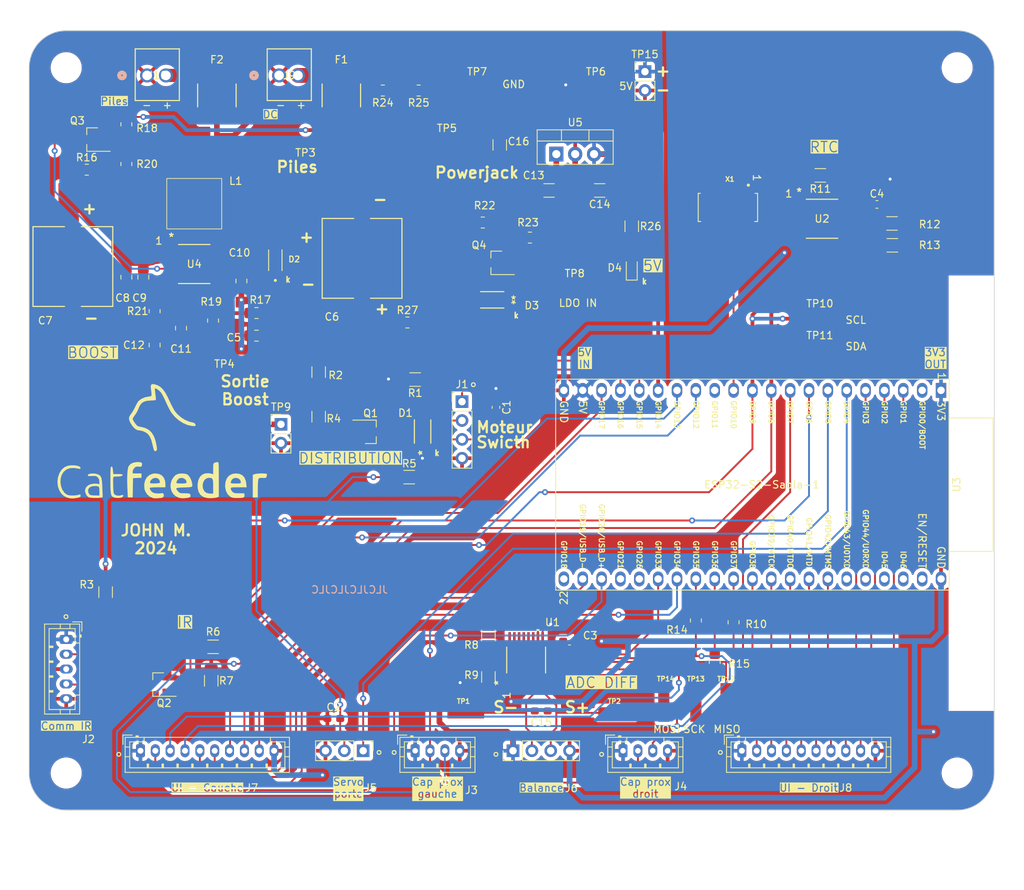
<source format=kicad_pcb>
(kicad_pcb (version 20221018) (generator pcbnew)
  (layers (0 "F.Cu" signal) (31 "B.Cu" signal) (34 "B.Paste" user) (35 "F.Paste" user) (36 "B.SilkS" user "B.Silkscreen") (37 "F.SilkS" user "F.Silkscreen") (38 "B.Mask" user) (39 "F.Mask" user) (44 "Edge.Cuts" user))
  (net 0 "")
  (net 1 "+5V")
  (net 2 "GND")
  (net 3 "+3V3")
  (net 4 "BOOST_OUT")
  (net 5 "BOOST_IN")
  (net 6 "Net-(U4-SS)")
  (net 7 "Net-(U4-COMP)")
  (net 8 "Net-(C12-Pad1)")
  (net 9 "Net-(J1-Pin_1)")
  (net 10 "SWITCH_DIST")
  (net 11 "D{slash}C_ECRAN")
  (net 12 "SCK")
  (net 13 "MOSI")
  (net 14 "RESET_ECRAN")
  (net 15 "{slash}CS_ECRAN")
  (net 16 "RGB_G")
  (net 17 "RGB_B")
  (net 18 "RGB_R")
  (net 19 "INT_CAP_DIST")
  (net 20 "SDA")
  (net 21 "SCL")
  (net 22 "BOUT_GAUCHE")
  (net 23 "BOUT_HAUT")
  (net 24 "BOUT_SELECT")
  (net 25 "BOUT_BAS")
  (net 26 "BOUT_DROIT")
  (net 27 "Net-(Q1-G)")
  (net 28 "Net-(Q2-G)")
  (net 29 "Net-(J2-Pin_4)")
  (net 30 "Net-(Q3-G)")
  (net 31 "Net-(Q3-D)")
  (net 32 "Net-(Q4-G)")
  (net 33 "MOTEUR_DIST")
  (net 34 "Net-(J2-Pin_3)")
  (net 35 "IR_TX")
  (net 36 "Net-(U1-REFP)")
  (net 37 "MISO")
  (net 38 "INT_RTC")
  (net 39 "Net-(U3-GPIO35)")
  (net 40 "Net-(U3-GPIO36)")
  (net 41 "Net-(U4-FB)")
  (net 42 "VDC")
  (net 43 "BATT_MON")
  (net 44 "IR_RX")
  (net 45 "PWM_CAP_PROX")
  (net 46 "OUT_CAP_PROX_1")
  (net 47 "OUT_CAP_PROX_2")
  (net 48 "PWM_SERVO_PORTE")
  (net 52 "CS_ADC")
  (net 55 "Net-(U2-X1)")
  (net 58 "Net-(U2-X2)")
  (net 59 "Net-(J9-Pin_2)")
  (net 60 "Net-(J10-Pin_2)")
  (net 61 "Net-(U4-SW)")
  (net 62 "/S- ")
  (net 63 "/S+")
  (net 70 "Net-(Q4-S)")
  (net 74 "Net-(D4-A)")
  (net 75 "Net-(J1-Pin_2)")
  (net 78 "Net-(U3-GPIO37)")
  (net 79 "Net-(TP9-Pin_1)")
  (footprint "MountingHole:MountingHole_3mm" (layer "F.Cu") (at 150 65)
    (fp_text reference "REF**" hide)
    (fp_text value "MountingHole_3mm")
  )
  (footprint "Resistor_SMD:R_0805_2012Metric_Pad1.20x1.40mm_HandSolder" (layer "F.Cu") (at 41.91 97.79 90)
    (fp_text reference "R21")
    (fp_text value "51k")
  )
  (footprint "RCWCTE:TP420X150" (layer "F.Cu") (at 118.872 150.368 90)
    (fp_text reference "TP12")
    (fp_text value "~")
  )
  (footprint "Resistor_SMD:R_1206_3216Metric_Pad1.30x1.75mm_HandSolder" (layer "F.Cu") (at 86.868 141.478 -90)
    (fp_text reference "R8")
    (fp_text value "330k")
  )
  (footprint "Resistor_SMD:R_1206_3216Metric_Pad1.30x1.75mm_HandSolder" (layer "F.Cu") (at 76.2 120.142)
    (fp_text reference "R5")
    (fp_text value "10k")
  )
  (footprint "RCWCTE:TP420X150" (layer "F.Cu") (at 81.534 74.93)
    (fp_text reference "TP5")
    (fp_text value "~")
  )
  (footprint "Capacitor_SMD:C_0603_1608Metric_Pad1.08x0.95mm_HandSolder" (layer "F.Cu") (at 87.884 110.744 -90)
    (fp_text reference "C1")
    (fp_text value "~")
  )
  (footprint "Connector_PinHeader_2.54mm:PinHeader_1x02_P2.54mm_Vertical" (layer "F.Cu") (at 107.95 65.532)
    (fp_text reference "TP15")
    (fp_text value "5V")
  )
  (footprint "Package_TO_SOT_SMD:SOT-23_Handsoldering" (layer "F.Cu") (at 87.9602 91.2876 180)
    (fp_text reference "Q4")
    (fp_text value "DMP3068L")
  )
  (footprint "Resistor_SMD:R_1206_3216Metric_Pad1.30x1.75mm_HandSolder" (layer "F.Cu") (at 35.306 135.636 90)
    (fp_text reference "R3")
    (fp_text value "51")
  )
  (footprint "Connector_JST:JST_PH_B5B-PH-K_1x05_P2.00mm_Vertical" (layer "F.Cu") (at 30 142 -90)
    (fp_text reference "J2")
    (fp_text value "~")
  )
  (footprint "Package_TO_SOT_SMD:SOT-23_Handsoldering" (layer "F.Cu") (at 71 114.046)
    (fp_text reference "Q1")
    (fp_text value "PJA3432-AU_R1")
  )
  (footprint "Capacitor_SMD:C_1206_3216Metric_Pad1.33x1.80mm_HandSolder" (layer "F.Cu") (at 95.0345 81.534)
    (fp_text reference "C13")
    (fp_text value "1u")
  )
  (footprint "RCWCTE:TP420X150" (layer "F.Cu") (at 131.826 102.616)
    (fp_text reference "TP11")
    (fp_text value "~")
  )
  (footprint "RCWCTE:TP420X150" (layer "F.Cu") (at 104.14 151.892)
    (fp_text reference "TP2")
    (fp_text value "~")
  )
  (footprint "Resistor_SMD:R_1206_3216Metric_Pad1.30x1.75mm_HandSolder" (layer "F.Cu") (at 49.53 147.574 90)
    (fp_text reference "R7")
    (fp_text value "10k")
  )
  (footprint "1n4007:CR_SOD-123FL_SME-M" (layer "F.Cu") (at 87.376 96.266 180)
    (fp_text reference "D3")
    (fp_text value "1N4007FL")
  )
  (footprint "PCM_Espressif:ESP32-S2-Saola-1" (layer "F.Cu") (at 147.828 108.458 -90)
    (fp_text reference "U3")
    (fp_text value "ESP32-S2-Saola-1")
  )
  (footprint "Capacitor_SMD:C_0805_2012Metric_Pad1.18x1.45mm_HandSolder" (layer "F.Cu") (at 55.626 101.092 180)
    (fp_text reference "C5")
    (fp_text value "10u")
  )
  (footprint "MAX11213:21-0055H_16_MXM-M" (layer "F.Cu") (at 91.948 144.78 90)
    (fp_text reference "U1")
    (fp_text value "MAX11213EEE+")
  )
  (footprint "Resistor_SMD:R_0805_2012Metric_Pad1.20x1.40mm_HandSolder" (layer "F.Cu") (at 77.47 68.072 180)
    (fp_text reference "R25")
    (fp_text value "510k")
  )
  (footprint "Capacitor_SMD:C_0603_1608Metric_Pad1.08x0.95mm_HandSolder" (layer "F.Cu") (at 66.04 152.654 180)
    (fp_text reference "C2")
    (fp_text value "~")
  )
  (footprint "Resistor_SMD:R_1206_3216Metric_Pad1.30x1.75mm_HandSolder" (layer "F.Cu") (at 64 106 -90)
    (fp_text reference "R2")
    (fp_text value "100")
  )
  (footprint "LED_SMD:LED_0603_1608Metric_Pad1.05x0.95mm_HandSolder" (layer "F.Cu") (at 106.172 91.948 90)
    (fp_text reference "D4")
    (fp_text value "LED")
  )
  (footprint "RCWCTE:TP420X150" (layer "F.Cu") (at 101.346 67.31)
    (fp_text reference "TP6")
    (fp_text value "~")
  )
  (footprint "Resistor_SMD:R_0805_2012Metric_Pad1.20x1.40mm_HandSolder" (layer "F.Cu") (at 86.106 85.852)
    (fp_text reference "R22")
    (fp_text value "100")
  )
  (footprint "Package_TO_SOT_SMD:SOT-23_Handsoldering" (layer "F.Cu") (at 33.528 74.676 180)
    (fp_text reference "Q3")
    (fp_text value "PJA3432-AU_R1")
  )
  (footprint "Resistor_SMD:R_1206_3216Metric_Pad1.30x1.75mm_HandSolder" (layer "F.Cu") (at 86.868 147.066 -90)
    (fp_text reference "R9")
    (fp_text value "330k")
  )
  (footprint "Resistor_SMD:R_0805_2012Metric_Pad1.20x1.40mm_HandSolder" (layer "F.Cu") (at 72.644 68.072 180)
    (fp_text reference "R24")
    (fp_text value "232k")
  )
  (footprint "Resistor_SMD:R_1206_3216Metric_Pad1.30x1.75mm_HandSolder" (layer "F.Cu") (at 77 107 180)
    (fp_text reference "R1")
    (fp_text value "0R")
  )
  (footprint "cap_dig:CAP_EEE_G_PAN-M" (layer "F.Cu") (at 69.85 90.678 90)
    (fp_text reference "C6")
    (fp_text value "470u")
  )
  (footprint "RCWCTE:TP420X150" (layer "F.Cu") (at 58.166 76.2)
    (fp_text reference "TP3")
    (fp_text value "~")
  )
  (footprint "RCWCTE:TP420X150" (layer "F.Cu") (at 110.49 150.622 90)
    (fp_text reference "TP14")
    (fp_text value "~")
  )
  (footprint "Resistor_SMD:R_0805_2012Metric_Pad1.20x1.40mm_HandSolder" (layer "F.Cu") (at 117.348 145.034 -90)
    (fp_text reference "R15")
    (fp_text value "0R")
  )
  (footprint "Resistor_SMD:R_0805_2012Metric_Pad1.20x1.40mm_HandSolder" (layer "F.Cu") (at 49.784 99.06 90)
    (fp_text reference "R19")
    (fp_text value "10k")
  )
  (footprint "Connector_PinHeader_2.54mm:PinHeader_1x04_P2.54mm_Vertical" (layer "F.Cu") (at 90.18 156.9974 90)
    (fp_text reference "J6")
    (fp_text value "Cellule de charge")
  )
  (footprint "RCWCTE:TP420X150" (layer "F.Cu") (at 85.344 67.31)
    (fp_text reference "TP7")
    (fp_text value "~")
  )
  (footprint "RCWCTE:TP420X150" (layer "F.Cu") (at 98.806 94.488)
    (fp_text reference "TP8")
    (fp_text value "~")
  )
  (footprint "Resistor_SMD:R_0805_2012Metric_Pad1.20x1.40mm_HandSolder" (layer "F.Cu") (at 114.808 139.446 -90)
    (fp_text reference "R14")
    (fp_text value "0R")
  )
  (footprint "MountingHole:MountingHole_3mm" (layer "F.Cu") (at 30 160)
    (fp_text reference "REF**" hide)
    (fp_text value "MountingHole_3mm")
  )
  (footprint "Capacitor_SMD:C_0805_2012Metric_Pad1.18x1.45mm_HandSolder" (layer "F.Cu") (at 41.91 102.362 -90)
    (fp_text reference "C12")
    (fp_text value "2.2n")
  )
  (footprint "Resistor_SMD:R_0805_2012Metric_Pad1.20x1.40mm_HandSolder" (layer "F.Cu") (at 92.456 87.884 180)
    (fp_text reference "R23")
    (fp_text value "10k")
  )
  (footprint "1n4007:CR_SOD-123FL_SME-M" (layer "F.Cu") (at 78 114 90)
    (fp_text reference "D1")
    (fp_text value "1N4007FL")
  )
  (footprint "Connector_JST:JST_PH_B10B-PH-K_1x10_P2.00mm_Vertical" (layer "F.Cu") (at 40 156.9974)
    (fp_text reference "J7")
    (fp_text value "Conn_01x10")
  )
  (footprint "Connector_JST:JST_PH_B4B-PH-K_1x04_P2.00mm_Vertical" (layer "F.Cu") (at 77 156.9974)
    (fp_text reference "J3")
    (fp_text value "~")
  )
  (footprint "Resistor_SMD:R_0805_2012Metric_Pad1.20x1.40mm_HandSolder" (layer "F.Cu") (at 75.962 99.314)
    (fp_text reference "R27")
    (fp_text value "0R")
  )
  (footprint "Resistor_SMD:R_1206_3216Metric_Pad1.30x1.75mm_HandSolder" (layer "F.Cu") (at 131.572 79.502 180)
    (fp_text reference "R11")
    (fp_text value "10k")
  )
  (footprint "Capacitor_SMD:C_0805_2012Metric_Pad1.18x1.45mm_HandSolder" (layer "F.Cu") (at 45.466 100.076 -90)
    (fp_text reference "C11")
    (fp_text value "47p")
  )
  (footprint "Resistor_SMD:R_0805_2012Metric_Pad1.20x1.40mm_HandSolder" (layer "F.Cu") (at 38.1 77.978 -90)
    (fp_text reference "R20")
    (fp_text value "10k")
  )
  (footprint "Connector_JST:JST_PH_B10B-PH-K_1x10_P2.00mm_Vertical" (layer "F.Cu") (at 121 156.9974)
    (fp_text reference "J8")
    (fp_text value "Conn_01x10")
  )
  (footprint "RCWCTE:TP420X150" (layer "F.Cu") (at 55.626 104.902)
    (fp_text reference "TP4")
    (fp_text value "~")
  )
  (footprint "Package_TO_SOT_SMD:SOT-23_Handsoldering" (layer "F.Cu") (at 42.418 148.082 180)
    (fp_text reference "Q2")
    (fp_text value "PJA3432-AU_R1")
  )
  (footprint "Resistor_SMD:R_1206_3216Metric_Pad1.30x1.75mm_HandSolder" (layer "F.Cu") (at 49.784 143.002 180)
    (fp_text reference "R6")
    (fp_text value "100")
  )
  (footprint "cap_dig:CAP_EEE_G_PAN-M" (layer "F.Cu") (at 30.8991 91.7829 -90)
    (fp_text reference "C7")
    (fp_text value "470u")
  )
  (footprint "MountingHole:MountingHole_3mm" (layer "F.Cu") (at 30 65)
    (fp_text reference "REF**" hide)
    (fp_text value "MountingHole_3mm")
  )
  (footprint "Resistor_SMD:R_1206_3216Metric_Pad1.30x1.75mm_HandSolder" (layer "F.Cu") (at 141.2748 88.9254 180)
    (fp_text reference "R13")
    (fp_text value "10k")
  )
  (footprint "Capacitor_SMD:C_0603_1608Metric_Pad1.08x0.95mm_HandSolder" (layer "F.Cu") (at 139.192 83.4136)
    (fp_text reference "C4")
    (fp_text value "~")
  )
  (footprint "Capacitor_SMD:C_0603_1608Metric_Pad1.08x0.95mm_HandSolder" (layer "F.Cu") (at 97.79 142.24)
    (fp_text reference "C3")
    (fp_text value "~")
  )
  (footprint "Library:TMPA 0603S" (layer "F.Cu") (at 47.244 83.312)
    (fp_text reference "L1")
    (fp_text value "6.8u")
  )
  (footprint "RCWCTE:TP420X150" (layer "F.Cu") (at 114.808 150.622 90)
    (fp_text reference "TP13")
    (fp_text value "~")
  )
  (footprint "Capacitor_SMD:C_0603_1608Metric_Pad1.08x0.95mm_HandSolder" (layer "F.Cu") (at 93.98 151.638)
    (fp_text reference "C15")
    (fp_text value "~")
  )
  (footprint "Capacitor_SMD:C_0805_2012Metric_Pad1.18x1.45mm_HandSolder" (layer "F.Cu") (at 38.1 93.218 -90)
    (fp_text reference "C8")
    (fp_text value "10u")
  )
  (footprint "OST:CONN_OSTVN02A150_OST" (layer "F.Cu") (at 58.674 66.04)
    (fp_text reference "J9")
    (fp_text value "Powerjack")
  )
  (footprint "MountingHole:MountingHole_3mm" (layer "F.Cu") (at 150 160)
    (fp_text reference "REF**" hide)
    (fp_text value "MountingHole_3mm")
  )
  (footprint "Resistor_SMD:R_0805_2012Metric_Pad1.20x1.40mm_HandSolder" (layer "F.Cu") (at 119.888 139.7 -90)
    (fp_text reference "R10")
    (fp_text value "0R")
  )
  (footprint "Resistor_SMD:R_0805_2012Metric_Pad1.20x1.40mm_HandSolder" (layer "F.Cu") (at 32.766 78.74)
    (fp_text reference "R16")
    (fp_text value "10k")
  )
  (footprint "LOGO" (layer "F.Cu") (at 42.088399 114.802593)
    (fp_text reference "")
    (fp_text value "LOGO" hide)
  )
  (footprint "Resistor_SMD:R_1206_3216Metric_Pad1.30x1.75mm_HandSolder" (layer "F.Cu") (at 141.224 85.979 180)
    (fp_text reference "R12")
    (fp_text value "10k")
  )
  (footprint "Capacitor_SMD:C_0805_2012Metric_Pad1.18x1.45mm_HandSolder" (layer "F.Cu") (at 40.386 93.218 -90)
    (fp_text reference "C9")
    (fp_text value "1u")
  )
  (footprint "Package_TO_SOT_THT:TO-220-3_Vertical" (layer "F.Cu") (at 96.012 76.637)
    (fp_text reference "U5")
    (fp_text value "MIC2940A-5.0WT 5V")
  )
  (footprint "Resistor_SMD:R_1206_3216Metric_Pad1.30x1.75mm_HandSolder" (layer "F.Cu") (at 64 112 -90)
    (fp_text reference "R4")
    (fp_text value "10k")
  )
  (footprint "pam_dig:SOP-8_PAM2423AECADJR_DIO-M" (layer "F.Cu") (at 47.244 91.44)
    (fp_text reference "U4")
    (fp_text value "PAM2423AECADJR")
  )
  (footprint "Capacitor_SMD:C_0805_2012Metric_Pad1.18x1.45mm_HandSolder" (layer "F.Cu") (at 53.594 93.726 -90)
    (fp_text reference "C10")
    (fp_text value "10n")
  )
  (footprint "Capacitor_SMD:C_1206_3216Metric_Pad1.33x1.80mm_HandSolder" (layer "F.Cu") (at 101.854 81.534 180)
    (fp_text reference "C14")
    (fp_text value "10u")
  )
  (footprint "DS1337:21-0041B_8_MXM-M" (layer "F.Cu") (at 131.8 85.344)
    (fp_text reference "U2")
    (fp_text value "DS1337S+T&R")
  )
  (footprint "RCWCTE:TP420X150" (layer "F.Cu") (at 83.82 151.892)
    (fp_text reference "TP1")
    (fp_text value "~")
  )
  (footprint "Connector_PinHeader_2.54mm:PinHeader_1x02_P2.54mm_Vertical" (layer "F.Cu") (at 58.928 113.03)
    (fp_text reference "TP9")
    (fp_text value "BOOST")
  )
  (footprint "OST:CONN_OSTVN02A150_OST" (layer "F.Cu") (at 40.894 66.04)
    (fp_text reference "J10")
    (fp_text value "Piles")
  )
  (footprint "SS34LWH:SODFL3718X102N" (layer "F.Cu") (at 58.166 90.932 90)
    (fp_text reference "D2")
    (fp_text value "SS34LW")
  )
  (footprint "MF_SMDF050_2:FUSE_SMDF050-2" (layer "F.Cu") (at 67.056 68.7324 -90)
    (fp_text reference "F1")
    (fp_text value "Fuse")
  )
  (footprint "MF_SMDF050_2:FUSE_SMDF050-2" (layer "F.Cu") (at 50.292 68.7324 -90)
    (fp_text reference "F2")
    (fp_text value "Fuse")
  )
  (footprint "Resistor_SMD:R_0805_2012Metric_Pad1.20x1.40mm_HandSolder" (layer "F.Cu") (at 55.626 98.044)
    (fp_text reference "R17")
    (fp_text value "34.8k")
  )
  (footprint "Connector_JST:JST_PH_B4B-PH-K_1x04_P2.00mm_Vertical" (layer "F.Cu") (at 105 156.9974)
    (fp_text reference "J4")
    (fp_text value "~")
  )
  (footprint "Connector_PinHeader_2.54mm:PinHeader_1x04_P2.54mm_Vertical" (layer "F.Cu") (at 83.312 109.982)
    (fp_text reference "J1")
    (fp_text value "Distribution")
  )
  (footprint "Resistor_SMD:R_1206_3216Metric_Pad1.30x1.75mm_HandSolder" (layer "F.Cu") (at 106.172 86.36 90)
    (fp_text reference "R26")
    (fp_text value "1.5k")
  )
  (footprint "RCWCTE:TP420X150" (layer "F.Cu") (at 131.826 98.806)
    (fp_text reference "TP10")
    (fp_text value "~")
  )
  (footprint "Connector_PinHeader_2.54mm:PinHeader_1x03_P2.54mm_Vertical" (layer "F.Cu") (at 70 156.9974 -90)
    (fp_text reference "J5")
    (fp_text value "Servomoteur porte")
  )
  (footprint "ABS25_32_768KHZ_6_1_T:XTAL_ABS25-32.768KHZ-6-1-T" (layer "F.Cu") (at 119.126 83.82 -90)
    (fp_text reference "X1")
    (fp_text value "32.768KHz")
  )
  (footprint "Capacitor_SMD:C_1206_3216Metric_Pad1.33x1.80mm_HandSolder" (layer "F.Cu") (at 88.392 75.3995 -90)
    (fp_text reference "C16")
    (fp_text value "10u")
  )
  (footprint "Resistor_SMD:R_0805_2012Metric_Pad1.20x1.40mm_HandSolder" (layer "F.Cu") (at 38.1 72.628 90)
    (fp_text reference "R18")
    (fp_text value "100")
  )
  (gr_circle (center 29.972 138.938) (end 30.226 138.938) (stroke (width 0.15)) (fill none) (layer "F.SilkS"))
  (gr_circle (center 74.168 157.226) (end 74.422 157.226) (stroke (width 0.15)) (fill none) (layer "F.SilkS"))
  (gr_circle (center 72.136 157.226) (end 72.39 157.226) (stroke (width 0.15)) (fill none) (layer "F.SilkS"))
  (gr_circle (center 84.836 107.696) (end 85.09 107.696) (stroke (width 0.15)) (fill none) (layer "F.SilkS"))
  (gr_circle (center 102.108 157.48) (end 102.362 157.48) (stroke (width 0.15)) (fill none) (layer "F.SilkS"))
  (gr_circle (center 118.11 157.226) (end 118.364 157.226) (stroke (width 0.15)) (fill none) (layer "F.SilkS"))
  (gr_circle (center 37.084 157.48) (end 37.338 157.48) (stroke (width 0.15)) (fill none) (layer "F.SilkS"))
  (gr_circle (center 87.884 157.48) (end 88.138 157.48) (stroke (width 0.15)) (fill none) (layer "F.SilkS"))
  (gr_line (start 155 65) (end 155 160) (stroke (width 0.1)) (layer "Edge.Cuts"))
  (gr_arc (start 30 165) (mid 26.464466 163.535534) (end 25 160) (stroke (width 0.1)) (layer "Edge.Cuts"))
  (gr_line (start 30 60) (end 150 60) (stroke (width 0.1)) (layer "Edge.Cuts"))
  (gr_arc (start 155 160) (mid 153.535534 163.535534) (end 150 165) (stroke (width 0.1)) (layer "Edge.Cuts"))
  (gr_line (start 25 160) (end 25 65) (stroke (width 0.1)) (layer "Edge.Cuts"))
  (gr_line (start 150 165) (end 30 165) (stroke (width 0.1)) (layer "Edge.Cuts"))
  (gr_arc (start 150 60) (mid 153.535534 61.464466) (end 155 65) (stroke (width 0.1)) (layer "Edge.Cuts"))
  (gr_arc (start 25 65) (mid 26.464466 61.464466) (end 30 60) (stroke (width 0.1)) (layer "Edge.Cuts"))
  (gr_text "JLCJLCJLCJLC" (at 73.406 135.89) (layer "B.SilkS") (effects (font (size 1 1)) (justify left bottom mirror)))
  (gr_text "+" (at 63.5 87.122 180) (layer "F.SilkS") (effects (font (size 1.5 1.5) (thickness 0.3) bold) (justify left bottom)))
  (gr_text "k" (at 59.436 93.98) (layer "F.SilkS") (effects (font (size 0.762 0.762) (thickness 0.1905) bold) (justify left bottom)))
  (gr_text "GND" (at 88.646 67.818) (layer "F.SilkS") (effects (font (size 1 1)) (justify left bottom)))
  (gr_text "-  +" (at 40.132 70.612) (layer "F.SilkS") (effects (font (size 1 1)) (justify left bottom)))
  (gr_text "1" (at 126.746 82.55) (layer "F.SilkS") (effects (font (size 1 1)) (justify left bottom)))
  (gr_text "Swicth" (at 85.09 116.332) (layer "F.SilkS") (effects (font (size 1.5 1.5) (thickness 0.3) bold) (justify left bottom)))
  (gr_text "-" (at 73.406 82.042 180) (layer "F.SilkS") (effects (font (size 1.5 1.5) (thickness 0.3) bold) (justify left bottom)))
  (gr_text "MOSI" (at 108.966 154.686) (layer "F.SilkS") (effects (font (size 1 1)) (justify left bottom)))
  (gr_text "Servo\nporte" (at 68 162) (layer "F.SilkS" knockout) (effects (font (size 1 1))))
  (gr_text "UI - Droit" (at 130 162) (layer "F.SilkS" knockout) (effects (font (size 1 1))))
  (gr_text "1" (at 122.428 79.248 -90) (layer "F.SilkS") (effects (font (size 1 1)) (justify left bottom)))
  (gr_text "RTC" (at 132.08 75.692) (layer "F.SilkS" knockout) (effects (font (size 1.397 1.397) (thickness 0.1524))))
  (gr_text "Balance" (at 94 162) (layer "F.SilkS" knockout) (effects (font (size 1 1))))
  (gr_text "MISO" (at 117.094 154.686) (layer "F.SilkS") (effects (font (size 1 1)) (justify left bottom)))
  (gr_text "Cap prox\ndroit" (at 108 162) (layer "F.SilkS" knockout) (effects (font (size 1 1))))
  (gr_text "S-" (at 87.376 152) (layer "F.SilkS") (effects (font (size 1.5 1.5) (thickness 0.3) bold) (justify left bottom)))
  (gr_text "DC" (at 56.388 71.882) (layer "F.SilkS" knockout) (effects (font (size 1 1)) (justify left bottom)))
  (gr_text "k" (at 107.442 94.234) (layer "F.SilkS") (effects (font (size 0.762 0.762) (thickness 0.1905) bold) (justify left bottom)))
  (gr_text "JOHN M.\n2024" (at 42.0878 128.524) (layer "F.SilkS") (effects (font (size 1.5 1.5) (thickness 0.3) bold)))
  (gr_text "Sortie\nBoost" (at 54.102 108.458) (layer "F.SilkS") (effects (font (size 1.5 1.5) (thickness 0.3) bold)))
  (gr_text "-" (at 111.506 68.834) (layer "F.SilkS") (effects (font (size 1.5 1.5) (thickness 0.3) bold) (justify left bottom mirror)))
  (gr_text "-" (at 61.468 94.996) (layer "F.SilkS") (effects (font (size 1.5 1.5) (thickness 0.3) bold) (justify left bottom)))
  (gr_text "Cap prox\ngauche" (at 80 162) (layer "F.SilkS" knockout) (effects (font (size 1 1))))
  (gr_text "Moteur" (at 85.09 114.3) (layer "F.SilkS") (effects (font (size 1.5 1.5) (thickness 0.3) bold) (justify left bottom)))
  (gr_text "-" (at 32.258 99.568) (layer "F.SilkS") (effects (font (size 1.5 1.5) (thickness 0.3) bold) (justify left bottom)))
  (gr_text "+" (at 111.506 66.294) (layer "F.SilkS") (effects (font (size 1.5 1.5) (thickness 0.3) bold) (justify left bottom mirror)))
  (gr_text "1" (at 147.32 105.918 -90) (layer "F.SilkS") (effects (font (size 1 1)) (justify left bottom)))
  (gr_text "ADC DIFF" (at 102.108 147.828) (layer "F.SilkS" knockout) (effects (font (size 1.397 1.397) (thickness 0.1524))))
  (gr_text "-  +" (at 58.166 70.612) (layer "F.SilkS") (effects (font (size 1 1)) (justify left bottom)))
  (gr_text "IR" (at 45.974 139.7) (layer "F.SilkS" knockout) (effects (font (size 1.397 1.397) (thickness 0.1524))))
  (gr_text "UI - Gauche" (at 49 162) (layer "F.SilkS" knockout) (effects (font (size 1 1))))
  (gr_text "BOOST" (at 33.528 103.378) (layer "F.SilkS" knockout) (effects (font (size 1.397 1.397) (thickness 0.1524))))
  (gr_text "5V" (at 108.966 91.694) (layer "F.SilkS" knockout) (effects (font (size 1.397 1.397) (thickness 0.1524))))
  (gr_text "+" (at 32.004 84.836) (layer "F.SilkS") (effects (font (size 1.5 1.5) (thickness 0.3) bold) (justify left bottom)))
  (gr_text "SCK" (at 113.03 154.686) (layer "F.SilkS") (effects (font (size 1 1)) (justify left bottom)))
  (gr_text "k" (at 79.502 117.348) (layer "F.SilkS") (effects (font (size 0.762 0.762) (thickness 0.1905) bold) (justify left bottom)))
  (gr_text "5V" (at 104.394 68.072) (layer "F.SilkS") (effects (font (size 1 1)) (justify left bottom)))
  (gr_text "+" (at 73.66 96.774 180) (layer "F.SilkS") (effects (font (size 1.5 1.5) (thickness 0.3) bold) (justify left bottom)))
  (gr_text "DISTRIBUTION" (at 68.326 117.602) (layer "F.SilkS" knockout) (effects (font (size 1.397 1.397) (thickness 0.1524))))
  (gr_text "SCL" (at 134.874 99.568) (layer "F.SilkS") (effects (font (size 1 1)) (justify left bottom)))
  (gr_text "S+" (at 97 152) (layer "F.SilkS") (effects (font (size 1.5 1.5) (thickness 0.3) bold) (justify left bottom)))
  (gr_text "Powerjack" (at 79.502 80.01) (layer "F.SilkS") (effects (font (size 1.5 1.5) (thickness 0.3) bold) (justify left bottom)))
  (gr_text "Piles" (at 34.544 70.104) (layer "F.SilkS" knockout) (effects (font (size 1 1)) (justify left bottom)))
  (gr_text "Piles" (at 58.166 79.248) (layer "F.SilkS") (effects (font (size 1.5 1.5) (thickness 0.3) bold) (justify left bottom)))
  (gr_text "5V\nIN" (at 99.822 104.14) (layer "F.SilkS" knockout) (effects (font (size 1 1))))
  (gr_text "SDA" (at 134.874 103.124) (layer "F.SilkS") (effects (font (size 1 1)) (justify left bottom)))
  (gr_text "Comm IR" (at 30 153.67) (layer "F.SilkS" knockout) (effects (font (size 1 1))))
  (gr_text "3V3\nOUT" (at 147.066 104.14) (layer "F.SilkS" knockout) (effects (font (size 1 1))))
  (gr_text "1" (at 89.916 150.114 90) (layer "F.SilkS") (effects (font (size 1 1)) (justify left bottom)))
  (gr_text "LDO IN" (at 96.266 97.282) (layer "F.SilkS") (effects (font (size 1 1)) (justify left bottom)))
  (gr_text "1" (at 41.91 88.9) (layer "F.SilkS") (effects (font (size 1 1)) (justify left bottom)))
  (gr_text "k" (at 90.17 98.806) (layer "F.SilkS") (effects (font (size 0.762 0.762) (thickness 0.1905) bold) (justify left bottom)))
  (segment (start 97.282 67.31) (end 101.346 67.31) (width 0.254) (layer "F.Cu") (net 1))
  (segment (start 75.384 106.934) (end 75.45 107) (width 0.254) (layer "F.Cu") (net 1))
  (segment (start 35.306 131.826) (end 35.306 134.086) (width 0.508) (layer "F.Cu") (net 1))
  (segment (start 66.9025 150.7755) (end 66.9025 152.654) (width 0.254) (layer "F.Cu") (net 1))
  (segment (start 101.092 76.637) (end 104.831 76.637) (width 0.762) (layer "F.Cu") (net 1))
  (segment (start 106.172 82.296) (end 106.172 81.534) (width 0.762) (layer "F.Cu") (net 1))
  (segment (start 66.9025 154.2785) (end 67.46 154.836) (width 0.254) (layer "F.Cu") (net 1))
  (segment (start 106.172 77.978) (end 106.172 82.296) (width 0.762) (layer "F.Cu") (net 1))
  (segment (start 67.46 154.836) (end 67.46 156.9974) (width 0.254) (layer "F.Cu") (net 1))
  (segment (start 66.9025 152.908) (end 66.9025 154.2785) (width 0.254) (layer "F.Cu") (net 1))
  (segment (start 106.172 84.81) (end 106.172 82.296) (width 0.762) (layer "F.Cu") (net 1))
  (segment (start 87.884 108.204) (end 87.884 109.8815) (width 0.254) (layer "F.Cu") (net 1))
  (segment (start 104.831 76.637) (end 106.172 77.978) (width 0.762) (layer "F.Cu") (net 1))
  (segment (start 73.406 106.934) (end 75.384 106.934) (width 0.254) (layer "F.Cu") (net 1))
  (segment (start 106.172 81.534) (end 103.4165 81.534) (width 0.762) (layer "F.Cu") (net 1))
  (segment (start 78 117.58) (end 77.978 117.602) (width 0.254) (layer "F.Cu") (net 1))
  (segment (start 78 115.8542) (end 78 117.58) (width 0.254) (layer "F.Cu") (net 1))
  (via (at 73.406 106.934) (size 0.8) (drill 0.4) (layers "F.Cu" "B.Cu") (net 1))
  (via (at 87.884 108.204) (size 0.8) (drill 0.4) (layers "F.Cu" "B.Cu") (net 1))
  (via (at 97.282 67.31) (size 0.8) (drill 0.4) (layers "F.Cu" "B.Cu") (net 1))
  (via (at 35.306 131.826) (size 0.8) (drill 0.4) (layers "F.Cu" "B.Cu") (net 1))
  (via (at 77.978 117.602) (size 0.8) (drill 0.4) (layers "F.Cu" "B.Cu") (net 1))
  (via (at 66.9025 150.7755) (size 0.8) (drill 0.4) (layers "F.Cu" "B.Cu") (net 1))
  (segment (start 66.802 149.352) (end 55.626 138.176) (width 0.254) (layer "B.Cu") (net 1))
  (segment (start 35.306 131.826) (end 35.306 122.174) (width 0.508) (layer "B.Cu") (net 1))
  (segment (start 55.626 138.176) (end 55.626 121.92) (width 0.254) (layer "B.Cu") (net 1))
  (segment (start 66.9025 150.7755) (end 66.9025 149.4525) (width 0.254) (layer "B.Cu") (net 1))
  (segment (start 66.9025 149.4525) (end 66.802 149.352) (width 0.254) (layer "B.Cu") (net 1))
  (segment (start 96.597 81.534) (end 98.552 81.534) (width 0.762) (layer "F.Cu") (net 2))
  (segment (start 92.456 149.098) (end 92.9005 148.6535) (width 0.254) (layer "F.Cu") (net 2))
  (segment (start 91.6305 147.6502) (end 91.6305 149.0345) (width 0.254) (layer "F.Cu") (net 2))
  (segment (start 50.070352 93.345) (end 49.149 93.345) (width 0.508) (layer "F.Cu") (net 2))
  (segment (start 45.339 89.535) (end 47.244 91.44) (width 0.508) (layer "F.Cu") (net 2))
  (segment (start 100.0375 81.534) (end 100.2915 81.28) (width 0.508) (layer "F.Cu") (net 2))
  (segment (start 91.6305 149.0345) (end 91.694 149.098) (width 0.254) (layer "F.Cu") (net 2))
  (segment (start 65.1775 152.908) (end 65.1775 154.2785) (width 0.254) (layer "F.Cu") (net 2))
  (segment (start 49.149 93.345) (end 47.244 91.44) (width 0.508) (layer "F.Cu") (net 2))
  (segment (start 53.594 96.266) (end 53.594 94.7635) (width 0.762) (layer "F.Cu") (net 2))
  (segment (start 92.9005 148.6535) (end 92.9005 147.6502) (width 0.254) (layer "F.Cu") (net 2))
  (segment (start 92.456 149.098) (end 91.694 149.098) (width 0.254) (layer "F.Cu") (net 2))
  (segment (start 88.164 148.616) (end 88.646 149.098) (width 0.254) (layer "F.Cu") (net 2))
  (segment (start 98.552 81.534) (end 100.0375 81.534) (width 0.762) (layer "F.Cu") (net 2))
  (segment (start 98.552 76.637) (end 98.552 81.534) (width 0.762) (layer "F.Cu") (net 2))
  (segment (start 88.646 149.098) (end 91.694 149.098) (width 0.254) (layer "F.Cu") (net 2))
  (segment (start 64.92 154.536) (end 64.92 156.9974) (width 0.254) (layer "F.Cu") (net 2))
  (segment (start 44.417648 89.535) (end 45.339 89.535) (width 0.508) (layer "F.Cu") (net 2))
  (segment (start 65.1775 154.2785) (end 64.92 154.536) (width 0.254) (layer "F.Cu") (net 2))
  (segment (start 86.868 148.616) (end 88.164 148.616) (width 0.254) (layer "F.Cu") (net 2))
  (via (at 53.594 96.266) (size 0.8) (drill 0.4) (layers "F.Cu" "B.Cu") (net 2))
  (via (at 89.916 150.368) (size 0.8) (drill 0.4) (layers "F.Cu" "B.Cu") (net 2))
  (via (at 53.594 102.87) (size 0.8) (drill 0.4) (layers "F.Cu" "B.Cu") (net 2))
  (via (at 146.812 154.432) (size 0.8) (drill 0.4) (layers "F.Cu" "B.Cu") (net 2))
  (via (at 102.108 142.24) (size 0.8) (drill 0.4) (layers "F.Cu" "B.Cu") (net 2))
  (via (at 64.516 160.274) (size 0.8) (drill 0.4) (layers "F.Cu" "B.Cu") (net 2))
  (via (at 126.746 89.916) (size 0.8) (drill 0.4) (layers "F.Cu" "B.Cu") (net 2))
  (segment (start 89.916 150.368) (end 99.568 150.368) (width 0.762) (layer "B.Cu") (net 2))
  (segment (start 99.568 163.322) (end 97.8 161.554) (width 0.762) (layer "B.Cu") (net 2))
  (segment (start 58 159.6) (end 58.674 160.274) (width 0.762) (layer "B.Cu") (net 2))
  (segment (start 99.568 150.368) (end 105.664 144.272) (width 0.762) (layer "B.Cu") (net 2))
  (segment (start 100.33 100.076) (end 97.028 103.378) (width 0.762) (layer "B.Cu") (net 2))
  (segment (start 97.8 161.554) (end 97.8 156.9974) (width 0.762) (layer "B.Cu") (net 2))
  (segment (start 144.272 159.258) (end 140.208 163.322) (width 0.762) (layer "B.Cu") (net 2))
  (segment (start 146.558 142.24) (end 147.828 140.97) (width 0.762) (layer "B.Cu") (net 2))
  (segment (start 58 156.9974) (end 58 159.6) (width 0.762) (layer "B.Cu") (net 2))
  (segment (start 116.586 100.076) (end 100.33 100.076) (width 0.762) (layer "B.Cu") (net 2))
  (segment (start 140.208 163.322) (end 99.568 163.322) (width 0.762) (layer "B.Cu") (net 2))
  (segment (start 144.272 154.432) (end 144.272 142.24) (width 0.762) (layer "B.Cu") (net 2))
  (segment (start 144.272 154.432) (end 144.272 159.258) (width 0.762) (layer "B.Cu") (net 2))
  (segment (start 105.664 144.272) (end 105.664 142.24) (width 0.762) (layer "B.Cu") (net 2))
  (segment (start 144.272 142.24) (end 146.558 142.24) (width 0.762) (layer "B.Cu") (net 2))
  (segment (start 58.674 160.274) (end 64.516 160.274) (width 0.762) (layer "B.Cu") (net 2))
  (segment (start 126.746 89.916) (end 116.586 100.076) (width 0.762) (layer "B.Cu") (net 2))
  (segment (start 97.028 103.378) (end 97.028 108.458) (width 0.762) (layer "B.Cu") (net 2))
  (segment (start 102.108 142.24) (end 105.664 142.24) (width 0.762) (layer "B.Cu") (net 2))
  (segment (start 146.812 154.432) (end 144.272 154.432) (width 0.762) (layer "B.Cu") (net 2))
  (segment (start 53.594 96.266) (end 53.594 102.87) (width 0.762) (layer "B.Cu") (net 2))
  (segment (start 105.664 142.24) (end 144.272 142.24) (width 0.762) (layer "B.Cu") (net 2))
  (segment (start 147.828 140.97) (end 147.828 133.858) (width 0.762) (layer "B.Cu") (net 2))
  (segment (start 139.192 80.264) (end 139.192 81.026) (width 0.508) (layer "F.Cu") (net 3))
  (segment (start 136.652 82.296) (end 137.922 81.026) (width 0.508) (layer "F.Cu") (net 3))
  (segment (start 94.1705 141.9098) (end 94.1705 140.0175) (width 0.254) (layer "F.Cu") (net 3))
  (segment (start 89.408 154.432) (end 90.18 155.204) (width 0.762) (layer "F.Cu") (net 3))
  (segment (start 71.374 120.142) (end 74.65 120.142) (width 0.254) (layer "F.Cu") (net 3))
  (segment (start 96.9275 142.8485) (end 96.9275 142.24) (width 0.254) (layer "F.Cu") (net 3))
  (segment (start 140.97 81.026) (end 143.51 81.026) (width 0.508) (layer "F.Cu") (net 3))
  (segment (start 140.97 80.01) (end 140.97 81.026) (width 0.508) (layer "F.Cu") (net 3))
  (segment (start 134.62575 83.439) (end 136.652 83.439) (width 0.508) (layer "F.Cu") (net 3))
  (segment (start 94.234 139.954) (end 94.208 139.928) (width 0.254) (layer "F.Cu") (net 3))
  (segment (start 136.652 83.439) (end 138.3041 83.439) (width 0.508) (layer "F.Cu") (net 3))
  (segment (start 137.922 81.026) (end 139.192 81.026) (width 0.508) (layer "F.Cu") (net 3))
  (segment (start 144.399 85.979) (end 144.526 85.852) (width 0.508) (layer "F.Cu") (net 3))
  (segment (start 93.5355 143.3195) (end 93.726 143.51) (width 0.254) (layer "F.Cu") (net 3))
  (segment (start 144.526 85.852) (end 144.526 88.392) (width 0.508) (layer "F.Cu") (net 3))
  (segment (start 138.43 79.502) (end 139.192 80.264) (width 0.508) (layer "F.Cu") (net 3))
  (segment (start 81.534 154.432) (end 89.408 154.432) (width 0.762) (layer "F.Cu") (net 3))
  (segment (start 93.726 143.51) (end 94.234 143.51) (width 0.254) (layer "F.Cu") (net 3))
  (segment (start 133.376 79.502) (end 138.43 79.502) (width 0.508) (layer "F.Cu") (net 3))
  (segment (start 143.51 81.026) (end 144.526 82.042) (width 0.508) (layer "F.Cu") (net 3))
  (segment (start 95.25 139.954) (end 93.98 139.954) (width 0.254) (layer "F.Cu") (net 3))
  (segment (start 144.018 88.9) (end 142.8502 88.9) (width 0.508) (layer "F.Cu") (net 3))
  (segment (start 94.234 143.51) (end 96.266 143.51) (width 0.254) (layer "F.Cu") (net 3))
  (segment (start 94.1705 141.9098) (end 94.1705 143.4465) (width 0.254) (layer "F.Cu") (net 3))
  (segment (start 93.98 139.954) (end 93.954 139.928) (width 0.254) (layer "F.Cu") (net 3))
  (segment (start 80.264 149.098) (end 80.264 153.162) (width 0.762) (layer "F.Cu") (net 3))
  (segment (start 96.266 143.51) (end 96.9275 142.8485) (width 0.254) (layer "F.Cu") (net 3))
  (segment (start 138.3041 83.439) (end 138.3295 83.4136) (width 0.508) (layer "F.Cu") (net 3))
  (segment (start 94.1705 140.0175) (end 94.234 139.954) (width 0.254) (layer "F.Cu") (net 3))
  (segment (start 94.1705 143.4465) (end 94.234 143.51) (width 0.254) (layer "F.Cu") (net 3))
  (segment (start 80.264 153.162) (end 81.534 154.432) (width 0.762) (layer "F.Cu") (net 3))
  (segment (start 93.5355 141.9098) (end 93.5355 143.3195) (width 0.254) (layer "F.Cu") (net 3))
  (segment (start 93.954 139.928) (end 86.868 139.928) (width 0.254) (layer "F.Cu") (net 3))
  (segment (start 136.652 83.439) (end 136.652 82.296) (width 0.508) (layer "F.Cu") (net 3))
  (segment (start 144.526 82.042) (end 144.526 85.852) (width 0.508) (layer "F.Cu") (net 3))
  (segment (start 144.526 88.392) (end 144.018 88.9) (width 0.508) (layer "F.Cu") (net 3))
  (segment (start 94.208 139.928) (end 93.954 139.928) (width 0.254) (layer "F.Cu") (net 3))
  (segment (start 139.192 81.026) (end 140.97 81.026) (width 0.508) (layer "F.Cu") (net 3))
  (segment (start 83.058 147.828) (end 81.534 147.828) (width 0.762) (layer "F.Cu") (net 3))
  (segment (start 81.534 147.828) (end 80.264 149.098) (width 0.762) (layer "F.Cu") (net 3))
  (segment (start 93.5355 141.9098) (end 93.5355 139.9915) (width 0.254) (layer "F.Cu") (net 3))
  (segment (start 142.8502 88.9) (end 142.8248 88.9254) (width 0.508) (layer "F.Cu") (net 3))
  (segment (start 142.774 85.979) (end 144.399 85.979) (width 0.508) (layer "F.Cu") (net 3))
  (segment (start 90.18 155.204) (end 90.18 156.9974) (width 0.762) (layer "F.Cu") (net 3))
  (via (at 83.058 147.828) (size 0.8) (drill 0.4) (layers "F.Cu" "B.Cu") (net 3))
  (via (at 140.97 80.01) (size 0.8) (drill 0.4) (layers "F.Cu" "B.Cu") (net 3))
  (via (at 71.374 120.142) (size 0.8) (drill 0.4) (layers "F.Cu" "B.Cu") (net 3))
  (via (at 95.25 139.954) (size 0.8) (drill 0.4) (layers "F.Cu" "B.Cu") (net 3))
  (segment (start 68.58 120.142) (end 64.262 124.46) (width 0.254) (layer "B.Cu") (net 3))
  (segment (start 71.374 120.142) (end 68.58 120.142) (width 0.254) (layer "B.Cu") (net 3))
  (segment (start 87.434 95.562) (end 87.434 97.986) (width 0.762) (layer "F.Cu") (net 4))
  (segment (start 84.7344 91.9226) (end 84.7344 92.8624) (width 0.762) (layer "F.Cu") (net 4))
  (segment (start 86.13 91.2876) (end 85.3694 91.2876) (width 0.762) (layer "F.Cu") (net 4))
  (segment (start 85.3694 91.2876) (end 84.7344 91.9226) (width 0.762) (layer "F.Cu") (net 4))
  (segment (start 86.106 99.314) (end 76.962 99.314) (width 0.762) (layer "F.Cu") (net 4))
  (segment (start 84.7344 92.8624) (end 87.434 95.562) (width 0.762) (layer "F.Cu") (net 4))
  (segment (start 87.434 97.986) (end 86.106 99.314) (width 0.762) (layer "F.Cu") (net 4))
  (segment (start 44.069 80.645) (end 43.942 80.518) (width 0.762) (layer "F.Cu") (net 5))
  (segment (start 50.292 71.2978) (end 50.292 74.168) (width 0.762) (layer "F.Cu") (net 5))
  (segment (start 40.386 90.805) (end 38.227 90.805) (width 0.762) (layer "F.Cu") (net 5))
  (segment (start 35.306 78.994) (end 35.306 80.518) (width 0.762) (layer "F.Cu") (net 5))
  (segment (start 55.88 61.722) (end 54.356 63.246) (width 0.762) (layer "F.Cu") (net 5))
  (segment (start 40.386 90.805) (end 40.386 92.1805) (width 0.762) (layer "F.Cu") (net 5))
  (segment (start 44.069 83.312) (end 44.069 80.645) (width 0.762) (layer "F.Cu") (net 5))
  (segment (start 58.166 76.2) (end 50.292 76.2) (width 0.762) (layer "F.Cu") (net 5))
  (segment (start 33.766 78.74) (end 35.052 78.74) (width 0.762) (layer "F.Cu") (net 5))
  (segment (start 46.99 80.518) (end 50.292 77.216) (width 0.762) (layer "F.Cu") (net 5))
  (segment (start 68.58 61.722) (end 55.88 61.722) (width 0.762) (layer "F.Cu") (net 5))
  (segment (start 33.02 80.518) (end 35.306 80.518) (width 0.762) (layer "F.Cu") (net 5))
  (segment (start 54.356 63.246) (end 54.356 72.39) (width 0.762) (layer "F.Cu") (net 5))
  (segment (start 43.942 80.518) (end 46.99 80.518) (width 0.762) (layer "F.Cu") (net 5))
  (segment (start 35.306 80.518) (end 38.354 80.518) (width 0.762) (layer "F.Cu") (net 5))
  (segment (start 30.8991 86.9823) (end 30.8991 82.6389) (width 0.762) (layer "F.Cu") (net 5))
  (segment (start 71.644 68.072) (end 71.644 64.786) (width 0.762) (layer "F.Cu") (net 5))
  (segment (start 44.417648 90.805) (end 40.386 90.805) (width 0.762) (layer "F.Cu") (net 5))
  (segment (start 30.8991 82.6389) (end 33.02 80.518) (width 0.762) (layer "F.Cu") (net 5))
  (segment (start 38.1 92.1805) (end 38.1 80.518) (width 0.762) (layer "F.Cu") (net 5))
  (segment (start 38.1 80.518) (end 38.354 80.518) (width 0.762) (layer "F.Cu") (net 5))
  (segment (start 50.292 76.2) (end 50.292 74.168) (width 0.762) (layer "F.Cu") (net 5))
  (segment (start 71.644 64.786) (end 68.58 61.722) (width 0.762) (layer "F.Cu") (net 5))
  (segment (start 35.052 78.74) (end 35.306 78.994) (width 0.762) (layer "F.Cu") (net 5))
  (segment (start 52.578 74.168) (end 50.292 74.168) (width 0.762) (layer "F.Cu") (net 5))
  (segment (start 50.292 77.216) (end 50.292 76.2) (width 0.762) (layer "F.Cu") (net 5))
  (segment (start 54.356 72.39) (end 52.578 74.168) (width 0.762) (layer "F.Cu") (net 5))
  (segment (start 38.354 80.518) (end 43.942 80.518) (width 0.762) (layer "F.Cu") (net 5))
  (segment (start 52.705 90.805) (end 50.070352 90.805) (width 0.508) (layer "F.Cu") (net 6))
  (segment (start 53.594 92.6885) (end 53.594 91.694) (width 0.508) (layer "F.Cu") (net 6))
  (segment (start 53.594 91.694) (end 52.705 90.805) (width 0.508) (layer "F.Cu") (net 6))
  (segment (start 45.466 99.0385) (end 45.466 97.79) (width 0.508) (layer "F.Cu") (net 7))
  (segment (start 45.466 97.79) (end 42.926 95.25) (width 0.508) (layer "F.Cu") (net 7))
  (segment (start 42.926 95.25) (end 41.91 95.25) (width 0.508) (layer "F.Cu") (net 7))
  (segment (start 43.053 93.345) (end 44.417648 93.345) (width 0.508) (layer "F.Cu") (net 7))
  (segment (start 41.91 96.79) (end 41.91 95.25) (width 0.508) (layer "F.Cu") (net 7))
  (segment (start 41.91 94.488) (end 43.053 93.345) (width 0.508) (layer "F.Cu") (net 7))
  (segment (start 41.91 95.25) (end 41.91 94.488) (width 0.508) (layer "F.Cu") (net 7))
  (segment (start 41.91 101.3245) (end 41.91 98.79) (width 0.508) (layer "F.Cu") (net 8))
  (segment (start 83.312 107.95) (end 83.312 109.982) (width 0.254) (layer "F.Cu") (net 9))
  (segment (start 82.362 107) (end 83.312 107.95) (width 0.254) (layer "F.Cu") (net 9))
  (segment (start 78.55 107) (end 82.362 107) (width 0.254) (layer "F.Cu") (net 9))
  (segment (start 81 119) (end 81 116) (width 0.254) (layer "F.Cu") (net 10))
  (segment (start 103.378 105.664) (end 95.504 105.664) (width 0.254) (layer "F.Cu") (net 10))
  (segment (start 93.218 112.522) (end 90.678 115.062) (width 0.254) (layer "F.Cu") (net 10))
  (segment (start 78 120) (end 80 120) (width 0.254) (layer "F.Cu") (net 10))
  (segment (start 80 120) (end 81 119) (width 0.254) (layer "F.Cu") (net 10))
  (segment (start 93.218 107.95) (end 93.218 112.522) (width 0.254) (layer "F.Cu") (net 10))
  (segment (start 81.938 115.062) (end 83.312 115.062) (width 0.254) (layer "F.Cu") (net 10))
  (segment (start 104.648 106.934) (end 103.378 105.664) (width 0.254) (layer "F.Cu") (net 10))
  (segment (start 81 116) (end 81.938 115.062) (width 0.254) (layer "F.Cu") (net 10))
  (segment (start 104.648 108.458) (end 104.648 106.934) (width 0.254) (layer "F.Cu") (net 10))
  (segment (start 90.678 115.062) (end 83.312 115.062) (width 0.254) (layer "F.Cu") (net 10))
  (segment (start 95.504 105.664) (end 93.218 107.95) (width 0.254) (layer "F.Cu") (net 10))
  (segment (start 77.724 141.478) (end 81.788 141.478) (width 0.254) (layer "F.Cu") (net 11))
  (segment (start 74.168 158.75) (end 74.168 145.034) (width 0.254) (layer "F.Cu") (net 11))
  (segment (start 74.168 145.034) (end 77.724 141.478) (width 0.254) (layer "F.Cu") (net 11))
  (segment (start 42 156.9974) (end 42 159.856) (width 0.254) (layer "F.Cu") (net 11))
  (segment (start 42 159.856) (end 44.45 162.306) (width 0.254) (layer "F.Cu") (net 11))
  (segment (start 44.45 162.306) (end 70.612 162.306) (width 0.254) (layer "F.Cu") (net 11))
  (segment (start 70.612 162.306) (end 74.168 158.75) (width 0.254) (layer "F.Cu") (net 11))
  (via (at 81.788 141.478) (size 0.8) (drill 0.4) (layers "F.Cu" "B.Cu") (net 11))
  (segment (start 97.536 141.478) (end 102.108 136.906) (width 0.254) (layer "B.Cu") (net 11))
  (segment (start 102.108 136.906) (end 102.108 133.858) (width 0.254) (layer "B.Cu") (net 11))
  (segment (start 81.788 141.478) (end 97.536 141.478) (width 0.254) (layer "B.Cu") (net 11))
  (segment (start 101.916 145.916) (end 102.05 146.05) (width 0.254) (layer "F.Cu") (net 12))
  (segment (start 114.808 146.034) (end 117.348 146.034) (width 0.254) (layer "F.Cu") (net 12))
  (segment (start 112.522 146.034) (end 114.808 146.034) (width 0.254) (layer "F.Cu") (net 12))
  (segment (start 102.05 146.05) (end 102.066 146.034) (width 0.254) (layer "F.Cu") (net 12))
  (segment (start 93.084 145.916) (end 101.916 145.916) (width 0.254) (layer "F.Cu") (net 12))
  (segment (start 114.808 150.622) (end 114.808 146.034) (width 0.254) (layer "F.Cu") (net 12))
  (segment (start 90.9955 143.8275) (end 93.084 145.916) (width 0.254) (layer "F.Cu") (net 12))
  (segment (start 90.9955 141.9098) (end 90.9955 143.8275) (width 0.254) (layer "F.Cu") (net 12))
  (segment (start 117.348 146.034) (end 117.332 146.05) (width 0.254) (layer "F.Cu") (net 12))
  (segment (start 102.066 146.034) (end 112.522 146.034) (width 0.254) (layer "F.Cu") (net 12))
  (segment (start 112.522 147.828) (end 112.522 146.034) (width 0.254) (layer "F.Cu") (net 12))
  (via (at 112.522 147.828) (size 0.8) (drill 0.4) (layers "F.Cu" "B.Cu") (net 12))
  (segment (start 100.584 152.4) (end 46.228 152.4) (width 0.254) (layer "B.Cu") (net 12))
  (segment (start 44 154.628) (end 44 156.9974) (width 0.254) (layer "B.Cu") (net 12))
  (segment (start 46.228 152.4) (end 44 154.628) (width 0.254) (layer "B.Cu") (net 12))
  (segment (start 112.522 148.844) (end 111.506 149.86) (width 0.254) (layer "B.Cu") (net 12))
  (segment (start 103.124 149.86) (end 100.584 152.4) (width 0.254) (layer "B.Cu") (net 12))
  (segment (start 111.506 149.86) (end 103.124 149.86) (width 0.254) (layer "B.Cu") (net 12))
  (segment (start 112.522 147.828) (end 112.522 148.844) (width 0.254) (layer "B.Cu") (net 12))
  (segment (start 112.014 150.622) (end 110.49 150.622) (width 0.254) (layer "F.Cu") (net 13))
  (segment (start 92.2655 143.66066) (end 93.13084 144.526) (width 0.254) (layer "F.Cu") (net 13))
  (segment (start 113.03 144.272) (end 114.808 144.272) (width 0.254) (layer "F.Cu") (net 13))
  (segment (start 114.808 144.272) (end 114.808 140.446) (width 0.254) (layer "F.Cu") (net 13))
  (segment (start 92.2655 141.9098) (end 92.2655 143.66066) (width 0.254) (layer "F.Cu") (net 13))
  (segment (start 114.827 144.253) (end 114.808 144.272) (width 0.254) (layer "F.Cu") (net 13))
  (segment (start 112.268 150.876) (end 112.014 150.622) (width 0.254) (layer "F.Cu") (net 13))
  (segment (start 112.776 144.526) (end 113.03 144.272) (width 0.254) (layer "F.Cu") (net 13))
  (segment (start 93.13084 144.526) (end 112.776 144.526) (width 0.254) (layer "F.Cu") (net 13))
  (segment (start 115.57 144.253) (end 114.827 144.253) (width 0.254) (layer "F.Cu") (net 13))
  (segment (start 112.268 153.67) (end 112.268 150.876) (width 0.254) (layer "F.Cu") (net 13))
  (via (at 112.268 153.67) (size 0.8) (drill 0.4) (layers "F.Cu" "B.Cu") (net 13))
  (via (at 115.57 144.253) (size 0.8) (drill 0.4) (layers "F.Cu" "B.Cu") (net 13))
  (segment (start 119.38 147.32) (end 119.38 145.288) (width 0.254) (layer "B.Cu") (net 13))
  (segment (start 113.03 153.67) (end 119.38 147.32) (width 0.254) (layer "B.Cu") (net 13))
  (segment (start 119.38 145.288) (end 118.345 144.253) (width 0.254) (layer "B.Cu") (net 13))
  (segment (start 46 155.422) (end 47.752 153.67) (width 0.254) (layer "B.Cu") (net 13))
  (segment (start 112.268 153.67) (end 113.03 153.67) (width 0.254) (layer "B.Cu") (net 13))
  (segment (start 46 156.9974) (end 46 155.422) (width 0.254) (layer "B.Cu") (net 13))
  (segment (start 47.752 153.67) (end 112.268 153.67) (width 0.254) (layer "B.Cu") (net 13))
  (segment (start 118.345 144.253) (end 115.57 144.253) (width 0.254) (layer "B.Cu") (net 13))
  (segment (start 49.784 161.29) (end 48 159.506) (width 0.254) (layer "F.Cu") (net 14))
  (segment (start 61.722 159.766) (end 60.198 161.29) (width 0.254) (layer "F.Cu") (net 14))
  (segment (start 73.152 138.684) (end 61.722 150.114) (width 0.254) (layer "F.Cu") (net 14))
  (segment (start 104.394 138.684) (end 73.152 138.684) (width 0.254) (layer "F.Cu") (net 14))
  (segment (start 60.198 161.29) (end 49.784 161.29) (width 0.254) (layer "F.Cu") (net 14))
  (segment (start 48 159.506) (end 48 156.9974) (width 0.254) (layer "F.Cu") (net 14))
  (segment (start 61.722 150.114) (end 61.722 159.766) (width 0.254) (layer "F.Cu") (net 14))
  (via (at 104.394 138.684) (size 0.8) (drill 0.4) (layers "F.Cu" "B.Cu") (net 14))
  (segment (start 104.394 138.684) (end 111.252 138.684) (width 0.254) (layer "B.Cu") (net 14))
  (segment (start 112.268 137.668) (end 112.268 133.858) (width 0.254) (layer "B.Cu") (net 14))
  (segment (start 111.252 138.684) (end 112.268 137.668) (width 0.254) (layer "B.Cu") (net 14))
  (segment (start 60.198 148.844) (end 72.644 136.398) (width 0.254) (layer "F.Cu") (net 15))
  (segment (start 98.044 136.398) (end 99.568 134.874) (width 0.254) (layer "F.Cu") (net 15))
  (segment (start 99.568 134.874) (end 99.568 133.858) (width 0.254) (layer "F.Cu") (net 15))
  (segment (start 50 159.22) (end 50.546 159.766) (width 0.254) (layer "F.Cu") (net 15))
  (segment (start 58.42 159.766) (end 60.198 157.988) (width 0.254) (layer "F.Cu") (net 15))
  (segment (start 72.644 136.398) (end 98.044 136.398) (width 0.254) (layer "F.Cu") (net 15))
  (segment (start 60.198 157.988) (end 60.198 148.844) (width 0.254) (layer "F.Cu") (net 15))
  (segment (start 50.546 159.766) (end 58.42 159.766) (width 0.254) (layer "F.Cu") (net 15))
  (segment (start 50 156.9974) (end 50 159.22) (width 0.254) (layer "F.Cu") (net 15))
  (segment (start 122.428 133.858) (end 122.428 151.892) (width 0.254) (layer "F.Cu") (net 16))
  (segment (start 122.428 151.892) (end 123 152.464) (width 0.254) (layer "F.Cu") (net 16))
  (segment (start 123 152.464) (end 123 156.9974) (width 0.254) (layer "F.Cu") (net 16))
  (segment (start 125 133.89) (end 124.968 133.858) (width 0.254) (layer "F.Cu") (net 17))
  (segment (start 124.968 133.858) (end 124.968 156.9654) (width 0.254) (layer "F.Cu") (net 17))
  (segment (start 124.968 156.9654) (end 125 156.9974) (width 0.254) (layer "F.Cu") (net 17))
  (segment (start 127.508 151.892) (end 127 152.4) (width 0.254) (layer "F.Cu") (net 18))
  (segment (start 127 152.4) (end 127 156.9974) (width 0.254) (layer "F.Cu") (net 18))
  (segment (start 127.508 133.858) (end 127.508 151.892) (width 0.254) (layer "F.Cu") (net 18))
  (segment (start 130.048 108.458) (end 130.048 112.014) (width 0.254) (layer "F.Cu") (net 19))
  (segment (start 114.3 125.984) (end 75.184 125.984) (width 0.254) (layer "F.Cu") (net 19))
  (segment (start 52.07 157.0674) (end 52 156.9974) (width 0.254) (layer "F.Cu") (net 19))
  (segment (start 75.184 125.984) (end 52.07 149.098) (width 0.254) (layer "F.Cu") (net 19))
  (segment (start 52.07 149.098) (end 52.07 157.0674) (width 0.254) (layer "F.Cu") (net 19))
  (via (at 130.048 112.014) (size 0.8) (drill 0.4) (layers "F.Cu" "B.Cu") (net 19))
  (via (at 114.3 125.984) (size 0.8) (drill 0.4) (layers "F.Cu" "B.Cu") (net 19))
  (segment (start 126.746 125.984) (end 130.048 122.682) (width 0.254) (layer "B.Cu") (net 19))
  (segment (start 130.048 122.682) (end 130.048 112.014) (width 0.254) (layer "B.Cu") (net 19))
  (segment (start 114.3 125.984) (end 126.746 125.984) (width 0.254) (layer "B.Cu") (net 19))
  (segment (start 134.62575 87.249) (end 133.477 87.249) (width 0.508) (layer "F.Cu") (net 20))
  (segment (start 124.968 119.38) (end 124.968 108.458) (width 0.254) (layer "F.Cu") (net 20))
  (segment (start 54 156.9974) (end 54 149.454) (width 0.254) (layer "F.Cu") (net 20))
  (segment (start 132.588 90.424) (end 124.968 98.044) (width 0.508) (layer "F.Cu") (net 20))
  (segment (start 131.826 102.616) (end 124.968 102.616) (width 0.254) (layer "F.Cu") (net 20))
  (segment (start 134.62575 87.249) (end 136.017 87.249) (width 0.508) (layer "F.Cu") (net 20))
  (segment (start 133.477 87.249) (end 132.588 88.138) (width 0.508) (layer "F.Cu") (net 20))
  (segment (start 137.6934 88.9254) (end 139.7248 88.9254) (width 0.508) (layer "F.Cu") (net 20))
  (segment (start 76.454 127) (end 117.348 127) (width 0.254) (layer "F.Cu") (net 20))
  (segment (start 132.588 88.138) (end 132.588 90.424) (width 0.508) (layer "F.Cu") (net 20))
  (segment (start 124.968 98.044) (end 124.968 102.616) (width 0.508) (layer "F.Cu") (net 20))
  (segment (start 117.348 127) (end 124.968 119.38) (width 0.254) (layer "F.Cu") (net 20))
  (segment (start 124.968 102.616) (end 124.968 108.458) (width 0.508) (layer "F.Cu") (net 20))
  (segment (start 136.017 87.249) (end 137.6934 88.9254) (width 0.508) (layer "F.Cu") (net 20))
  (segment (start 54 149.454) (end 76.454 127) (width 0.254) (layer "F.Cu") (net 20))
  (segment (start 94.488 122.174) (end 116.586 122.174) (width 0.254) (layer "F.Cu") (net 21))
  (segment (start 133.223 85.979) (end 134.62575 85.979) (width 0.508) (layer "F.Cu") (net 21))
  (segment (start 122.428 108.458) (end 122.428 98.806) (width 0.508) (layer "F.Cu") (net 21))
  (segment (start 126.492 98.806) (end 131.826 98.806) (width 0.508) (layer "F.Cu") (net 21))
  (segment (start 131.572 89.154) (end 131.572 87.63) (width 0.508) (layer "F.Cu") (net 21))
  (segment (start 116.586 122.174) (end 122.428 116.332) (width 0.254) (layer "F.Cu") (net 21))
  (segment (start 134.62575 85.979) (end 139.674 85.979) (width 0.508) (layer "F.Cu") (net 21))
  (segment (start 56 156.9974) (end 56 150.248) (width 0.254) (layer "F.Cu") (net 21))
  (segment (start 131.572 87.63) (end 133.223 85.979) (width 0.508) (layer "F.Cu") (net 21))
  (segment (start 56 150.248) (end 76.962 129.286) (width 0.254) (layer "F.Cu") (net 21))
  (segment (start 76.962 129.286) (end 85.598 129.286) (width 0.254) (layer "F.Cu") (net 21))
  (segment (start 122.428 98.806) (end 122.428 98.298) (width 0.508) (layer "F.Cu") (net 21))
  (segment (start 122.428 116.332) (end 122.428 108.458) (width 0.254) (layer "F.Cu") (net 21))
  (segment (start 122.428 98.298) (end 131.572 89.154) (width 0.508) (layer "F.Cu") (net 21))
  (via (at 126.492 98.806) (size 0.8) (drill 0.4) (layers "F.Cu" "B.Cu") (net 21))
  (via (at 94.488 122.174) (size 0.8) (drill 0.4) (layers "F.Cu" "B.Cu") (net 21))
  (via (at 85.598 129.286) (size 0.8) (drill 0.4) (layers "F.Cu" "B.Cu") (net 21))
  (via (at 122.428 98.806) (size 0.8) (drill 0.4) (layers "F.Cu" "B.Cu") (net 21))
  (segment (start 122.428 98.806) (end 126.492 98.806) (width 0.508) (layer "B.Cu") (net 21))
  (segment (start 85.598 129.286) (end 86.614 129.286) (width 0.254) (layer "B.Cu") (net 21))
  (segment (start 93.726 122.174) (end 94.488 122.174) (width 0.254) (layer "B.Cu") (net 21))
  (segment (start 86.614 129.286) (end 93.726 122.174) (width 0.254) (layer "B.Cu") (net 21))
  (segment (start 129 152.94) (end 129 156.9974) (width 0.254) (layer "F.Cu") (net 22))
  (segment (start 130.048 133.858) (end 130.048 151.892) (width 0.254) (layer "F.Cu") (net 22))
  (segment (start 130.048 151.892) (end 129 152.94) (width 0.254) (layer "F.Cu") (net 22))
  (segment (start 132.588 133.858) (end 132.588 151.892) (width 0.254) (layer "F.Cu") (net 23))
  (segment (start 132.588 151.892) (end 131 153.48) (width 0.254) (layer "F.Cu") (net 23))
  (segment (start 131 153.48) (end 131 156.9974) (width 0.254) (layer "F.Cu") (net 23))
  (segment (start 133 154.02) (end 133 156.9974) (width 0.254) (layer "F.Cu") (net 24))
  (segment (start 137.668 111.506) (end 136.398 112.776) (width 0.254) (layer "F.Cu") (net 24))
  (segment (start 137.668 108.458) (end 137.668 111.506) (width 0.254) (layer "F.Cu") (net 24))
  (segment (start 136.398 150.622) (end 133 154.02) (width 0.254) (layer "F.Cu") (net 24))
  (segment (start 136.398 112.776) (end 136.398 150.622) (width 0.254) (layer "F.Cu") (net 24))
  (segment (start 140.208 111.252) (end 140.208 108.458) (width 0.254) (layer "F.Cu") (net 25))
  (segment (start 135 154.052) (end 138.43 150.622) (width 0.254) (layer "F.Cu") (net 25))
  (segment (start 138.43 136.402672) (end 138.938 135.894672) (width 0.254) (layer "F.Cu") (net 25))
  (segment (start 138.43 131.059328) (end 138.43 113.03) (width 0.254) (layer "F.Cu") (net 25))
  (segment (start 138.43 113.03) (end 140.208 111.252) (width 0.254) (layer "F.Cu") (net 25))
  (segment (start 138.938 135.894672) (end 138.938 131.567328) (width 0.254) (layer "F.Cu") (net 25))
  (segment (start 138.938 131.567328) (end 138.43 131.059328) (width 0.254) (layer "F.Cu") (net 25))
  (segment (start 138.43 150.622) (end 138.43 136.402672) (width 0.254) (layer "F.Cu") (net 25))
  (segment (start 135 156.9974) (end 135 154.052) (width 0.254) (layer "F.Cu") (net 25))
  (segment (start 141.478 112.014) (end 142.748 110.744) (width 0.254) (layer "F.Cu") (net 26))
  (segment (start 137 156.9974) (end 137 153.83) (width 0.254) (layer "F.Cu") (net 26))
  (segment (start 142.748 110.744) (end 142.748 108.458) (width 0.254) (layer "F.Cu") (net 26))
  (segment (start 137 153.83) (end 141.478 149.352) (width 0.254) (layer "F.Cu") (net 26))
  (segment (start 141.478 149.352) (end 141.478 112.014) (width 0.254) (layer "F.Cu") (net 26))
  (segment (start 64 107.55) (end 64 109) (width 0.254) (layer "F.Cu") (net 27))
  (segment (start 68.096 113.096) (end 69.5 113.096) (width 0.254) (layer "F.Cu") (net 27))
  (segment (start 67 110) (end 67 112) (width 0.254) (layer "F.Cu") (net 27))
  (segment (start 64 109) (end 64 110.45) (width 0.254) (layer "F.Cu") (net 27))
  (segment (start 64 109) (end 66 109) (width 0.254) (layer "F.Cu") (net 27))
  (segment (start 67 112) (end 68.096 113.096) (width 0.254) (layer "F.Cu") (net 27))
  (segment (start 66 109) (end 67 110) (width 0.254) (layer "F.Cu") (net 27))
  (segment (start 49.438 149.032) (end 46.736 149.032) (width 0.254) (layer "F.Cu") (net 28))
  (segment (start 46.736 149.032) (end 43.918 149.032) (width 0.254) (layer "F.Cu") (net 28))
  (segment (start 47.244 143.002) (end 48.234 143.002) (width 0.254) (layer "F.Cu") (net 28))
  (segment (start 46.736 149.032) (end 46.736 143.51) (width 0.254) (layer "F.Cu") (net 28))
  (segment (start 49.53 149.124) (end 49.438 149.032) (width 0.254) (layer "F.Cu") (net 28))
  (segment (start 46.736 143.51) (end 47.244 143.002) (width 0.254) (layer "F.Cu") (net 28))
  (segment (start 30.082 148.082) (end 30 148) (width 0.254) (layer "F.Cu") (net 29))
  (segment (start 40.918 148.082) (end 30.082 148.082) (width 0.254) (layer "F.Cu") (net 29))
  (segment (start 35.028 75.626) (end 38.034 75.626) (width 0.254) (layer "F.Cu") (net 30))
  (segment (start 38.034 75.626) (end 38.1 75.692) (width 0.254) (layer "F.Cu") (net 30))
  (segment (start 38.1 75.692) (end 38.1 76.978) (width 0.254) (layer "F.Cu") (net 30))
  (segment (start 38.1 73.628) (end 38.1 75.692) (width 0.254) (layer "F.Cu") (net 30))
  (segment (start 29.972 78.232) (end 29.972 74.676) (width 0.254) (layer "F.Cu") (net 31))
  (segment (start 30.48 78.74) (end 29.972 78.232) (width 0.254) (layer "F.Cu") (net 31))
  (segment (start 42.2402 92.075) (end 44.417648 92.075) (width 0.254) (layer "F.Cu") (net 31))
  (segment (start 28.448 74.93) (end 28.702 74.676) (width 0.254) (layer "F.Cu") (net 31))
  (segment (start 28.448 76.2) (end 28.448 74.93) (width 0.254) (layer "F.Cu") (net 31))
  (segment (start 31.766 78.74) (end 30.48 78.74) (width 0.254) (layer "F.Cu") (net 31))
  (segment (start 29.972 74.676) (end 32.028 74.676) (width 0.254) (layer "F.Cu") (net 31))
  (segment (start 28.702 74.676) (end 29.972 74.676) (width 0.254) (layer "F.Cu") (net 31))
  (via (at 42.2402 92.075) (size 0.8) (drill 0.4) (layers "F.Cu" "B.Cu") (net 31))
  (via (at 28.448 76.2) (size 0.8) (drill 0.4) (layers "F.Cu" "B.Cu") (net 31))
  (segment (start 38.8874 92.075) (end 35.4076 88.5952) (width 0.254) (layer "B.Cu") (net 31))
  (segment (start 42.2402 92.075) (end 38.8874 92.075) (width 0.254) (layer "B.Cu") (net 31))
  (segment (start 28.448 81.6356) (end 28.448 76.2) (width 0.254) (layer "B.Cu") (net 31))
  (segment (start 35.4076 88.5952) (end 28.448 81.6356) (width 0.254) (layer "B.Cu") (net 31))
  (segment (start 87.106 85.852) (end 87.884 85.852) (width 0.381) (layer "F.Cu") (net 32))
  (segment (start 88.384 86.368) (end 88.384 87.122) (width 0.381) (layer "F.Cu") (net 32))
  (segment (start 88.384 88.8064) (end 88.384 87.122) (width 0.381) (layer "F.Cu") (net 32))
  (segment (start 88.011 89.1794) (end 88.384 88.8064) (width 0.381) (layer "F.Cu") (net 32))
  (segment (start 88.4276 92.2376) (end 88.011 91.821) (width 0.381) (layer "F.Cu") (net 32))
  (segment (start 90.17 87.884) (end 91.456 87.884) (width 0.381) (layer "F.Cu") (net 32))
  (segment (start 88.011 91.821) (end 88.011 89.1794) (width 0.381) (layer "F.Cu") (net 32))
  (segment (start 89.4602 92.2376) (end 88.4276 92.2376) (width 0.254) (layer "F.Cu") (net 32))
  (segment (start 89.408 87.122) (end 90.17 87.884) (width 0.381) (layer "F.Cu") (net 32))
  (segment (start 88.392 86.36) (end 88.384 86.368) (width 0.381) (layer "F.Cu") (net 32))
  (segment (start 88.384 87.122) (end 89.408 87.122) (width 0.381) (layer "F.Cu") (net 32))
  (segment (start 87.884 85.852) (end 88.392 86.36) (width 0.381) (layer "F.Cu") (net 32))
  (segment (start 107.188 108.458) (end 107.188 105.664) (width 0.254) (layer "F.Cu") (net 33))
  (segment (start 107.188 105.664) (end 105.974 104.45) (width 0.254) (layer "F.Cu") (net 33))
  (segment (start 105.974 104.45) (end 64 104.45) (width 0.254) (layer "F.Cu") (net 33))
  (segment (start 26.924 139.254) (end 26.924 144.924) (width 0.508) (layer "F.Cu") (net 34))
  (segment (start 35.306 137.186) (end 28.992 137.186) (width 0.508) (layer "F.Cu") (net 34))
  (segment (start 28.992 137.186) (end 26.924 139.254) (width 0.508) (layer "F.Cu") (net 34))
  (segment (start 28 146) (end 30 146) (width 0.508) (layer "F.Cu") (net 34))
  (segment (start 26.924 144.924) (end 28 146) (width 0.508) (layer "F.Cu") (net 34))
  (segment (start 51.334 139.928) (end 51.334 143.002) (width 0.254) (layer "F.Cu") (net 35))
  (segment (start 66.294 124.968) (end 51.334 139.928) (width 0.254) (layer "F.Cu") (net 35))
  (segment (start 88.138 124.968) (end 66.294 124.968) (width 0.254) (layer "F.Cu") (net 35))
  (segment (start 102.108 110.998) (end 88.138 124.968) (width 0.254) (layer "F.Cu") (net 35))
  (segment (start 102.108 108.458) (end 102.108 110.998) (width 0.254) (layer "F.Cu") (net 35))
  (segment (start 92.2655 147.6502) (end 92.2655 146.3675) (width 0.254) (layer "F.Cu") (net 36))
  (segment (start 92.2655 146.3675) (end 90.424 144.526) (width 0.254) (layer "F.Cu") (net 36))
  (segment (start 86.868 143.028) (end 86.868 144.526) (width 0.254) (layer "F.Cu") (net 36))
  (segment (start 90.424 144.526) (end 86.868 144.526) (width 0.254) (layer "F.Cu") (net 36))
  (segment (start 86.868 144.526) (end 86.868 145.516) (width 0.254) (layer "F.Cu") (net 36))
  (segment (start 118.872 150.368) (end 118.872 145.034) (width 0.254) (layer "F.Cu") (net 37))
  (segment (start 91.6305 143.74408) (end 92.92042 145.034) (width 0.254) (layer "F.Cu") (net 37))
  (segment (start 119.888 144.526) (end 119.888 140.7) (width 0.254) (layer "F.Cu") (net 37))
  (segment (start 92.92042 145.034) (end 118.872 145.034) (width 0.254) (layer "F.Cu") (net 37))
  (segment (start 91.6305 141.9098) (end 91.6305 143.74408) (width 0.254) (layer "F.Cu") (net 37))
  (segment (start 118.872 145.034) (end 119.38 145.034) (width 0.254) (layer "F.Cu") (net 37))
  (segment (start 119.38 145.034) (end 119.888 144.526) (width 0.254) (layer "F.Cu") (net 37))
  (segment (start 128.97425 85.979) (end 126.365 85.979) (width 0.254) (layer "F.Cu") (net 38))
  (segment (start 131.318 85.09) (end 131.318 81.788) (width 0.254) (layer "F.Cu") (net 38))
  (segment (start 130.81 79.502) (end 131.318 80.01) (width 0.254) (layer "F.Cu") (net 38))
  (segment (start 131.318 80.01) (end 131.318 81.788) (width 0.254) (layer "F.Cu") (net 38))
  (segment (start 128.97425 85.979) (end 130.429 85.979) (width 0.254) (layer "F.Cu") (net 38))
  (segment (start 126.365 85.979) (end 119.888 92.456) (width 0.254) (layer "F.Cu") (net 38))
  (segment (start 130.022 79.502) (end 130.81 79.502) (width 0.254) (layer "F.Cu") (net 38))
  (segment (start 119.888 92.456) (end 119.888 108.458) (width 0.254) (layer "F.Cu") (net 38))
  (segment (start 130.429 85.979) (end 131.318 85.09) (width 0.254) (layer "F.Cu") (net 38))
  (segment (start 114.808 138.446) (end 114.808 133.858) (width 0.254) (layer "F.Cu") (net 39))
  (segment (start 117.348 144.034) (end 117.348 133.858) (width 0.254) (layer "F.Cu") (net 40))
  (segment (start 52.07 92.964) (end 52.07 98.06) (width 0.508) (layer "F.Cu") (net 41))
  (segment (start 50.070352 92.075) (end 51.181 92.075) (width 0.508) (layer "F.Cu") (net 41))
  (segment (start 52.07 98.06) (end 54.356 98.06) (width 0.508) (layer "F.Cu") (net 41))
  (segment (start 54.356 98.06) (end 54.372 98.044) (width 0.508) (layer "F.Cu") (net 41))
  (segment (start 51.181 92.075) (end 52.07 92.964) (width 0.508) (layer "F.Cu") (net 41))
  (segment (start 49.784 98.06) (end 52.07 98.06) (width 0.508) (layer "F.Cu") (net 41))
  (segment (start 38.1 71.628) (end 40.386 71.628) (width 0.254) (layer "F.Cu") (net 42))
  (segment (start 83.058 88.646) (end 83.058 85.852) (width 0.762) (layer "F.Cu") (net 42))
  (segment (start 67.056 71.2978) (end 67.056 73.406) (width 0.762) (layer "F.Cu") (net 42))
  (segment (start 76.962 74.93) (end 76.2 75.692) (width 0.762) (layer "F.Cu") (net 42))
  (segment (start 85.106 85.852) (end 83.058 85.852) (width 0.762) (layer "F.Cu") (net 42))
  (segment (start 68.326 77.724) (end 67.056 76.454) (width 0.762) (layer "F.Cu") (net 42))
  (segment (start 76.2 75.692) (end 76.2 77.724) (width 0.762) (layer "F.Cu") (net 42))
  (segment (start 84.074 96.266) (end 83.058 95.25) (width 0.762) (layer "F.Cu") (net 42))
  (segment (start 83.058 85.598) (end 83.058 84.328) (width 0.762) (layer "F.Cu") (net 42))
  (segment (start 62.23 73.406) (end 67.056 73.406) (width 0.508) (layer "F.Cu") (net 42))
  (segment (start 85.471 96.266) (end 84.074 96.266) (width 0.762) (layer "F.Cu") (net 42))
  (segment (start 83.058 82.55) (end 78.232 77.724) (width 0.762) (layer "F.Cu") (net 42))
  (segment (start 76.2 77.724) (end 68.326 77.724) (width 0.762) (layer "F.Cu") (net 42))
  (segment (start 78.232 77.724) (end 76.2 77.724) (width 0.762) (layer "F.Cu") (net 42))
  (segment (start 83.058 95.25) (end 83.058 88.646) (width 0.762) (layer "F.Cu") (net 42))
  (segment (start 81.534 74.93) (end 76.962 74.93) (width 0.762) (layer "F.Cu") (net 42))
  (segment (start 67.056 73.406) (end 67.056 76.454) (width 0.762) (layer "F.Cu") (net 42))
  (segment (start 83.058 85.852) (end 83.058 85.598) (width 0.508) (layer "F.Cu") (net 42))
  (segment (start 83.058 84.328) (end 83.058 82.55) (width 0.762) (layer "F.Cu") (net 42))
  (via (at 62.23 73.406) (size 0.8) (drill 0.4) (layers "F.Cu" "B.Cu") (net 42))
  (via (at 40.386 71.628) (size 0.8) (drill 0.4) (layers "F.Cu" "B.Cu") (net 42))
  (segment (start 62.23 73.406) (end 46.228 73.406) (width 0.508) (layer "B.Cu") (net 42))
  (segment (start 44.45 71.628) (end 40.386 71.628) (width 0.508) (layer "B.Cu") (net 42))
  (segment (start 46.228 73.406) (end 44.45 71.628) (width 0.508) (layer "B.Cu") (net 42))
  (segment (start 73.644 68.072) (end 75.184 68.072) (width 0.508) (layer "F.Cu") (net 43))
  (segment (start 88.392 71.12) (end 106.934 71.12) (width 0.508) (layer "F.Cu") (net 43))
  (segment (start 75.184 68.072) (end 75.184 69.85) (width 0.508) (layer "F.Cu") (net 43))
  (segment (start 109.728 108.458) (end 109.728 73.914) (width 0.508) (layer "F.Cu") (net 43))
  (segment (start 76.454 71.12) (end 88.392 71.12) (width 0.508) (layer "F.Cu") (net 43))
  (segment (start 75.184 69.85) (end 76.454 71.12) (width 0.508) (layer "F.Cu") (net 43))
  (segment (start 109.728 73.914) (end 106.934 71.12) (width 0.508) (layer "F.Cu") (net 43))
  (segment (start 75.184 68.072) (end 76.47 68.072) (width 0.508) (layer "F.Cu") (net 43))
  (segment (start 88.392 71.12) (end 88.392 73.837) (width 0.508) (layer "F.Cu") (net 43))
  (segment (start 35.832 144) (end 53.848 125.984) (width 0.254) (layer "F.Cu") (net 44))
  (segment (start 30 144) (end 35.832 144) (width 0.254) (layer "F.Cu") (net 44))
  (segment (start 53.848 125.984) (end 59.436 125.984) (width 0.254) (layer "F.Cu") (net 44))
  (via (at 59.436 125.984) (size 0.8) (drill 0.4) (layers "F.Cu" "B.Cu") (net 44))
  (segment (start 81.026 125.984) (end 59.436 125.984) (width 0.254) (layer "B.Cu") (net 44))
  (segment (start 112.268 108.458) (end 112.268 110.49) (width 0.254) (layer "B.Cu") (net 44))
  (segment (start 112.268 110.49) (end 110.49 112.268) (width 0.254) (layer "B.Cu") (net 44))
  (segment (start 110.49 112.268) (end 94.742 112.268) (width 0.254) (layer "B.Cu") (net 44))
  (segment (start 94.742 112.268) (end 81.026 125.984) (width 0.254) (layer "B.Cu") (net 44))
  (segment (start 78.994 144.514) (end 79 144.52) (width 0.254) (layer "F.Cu") (net 45))
  (segment (start 107 156.9974) (end 107 159.7) (width 0.254) (layer "F.Cu") (net 45))
  (segment (start 81.28 161.29) (end 79 159.01) (width 0.254) (layer "F.Cu") (net 45))
  (segment (start 78.994 143.51) (end 78.994 144.514) (width 0.254) (layer "F.Cu") (net 45))
  (segment (start 105.41 161.29) (end 81.28 161.29) (width 0.254) (layer "F.Cu") (net 45))
  (segment (start 79 159.01) (end 79 156.9974) (width 0.254) (layer "F.Cu") (net 45))
  (segment (start 107 159.7) (end 105.41 161.29) (width 0.254) (layer "F.Cu") (net 45))
  (segment (start 79 156.9974) (end 79 144.52) (width 0.254) (layer "F.Cu") (net 45))
  (via (at 78.994 143.51) (size 0.8) (drill 0.4) (layers "F.Cu" "B.Cu") (net 45))
  (segment (start 90.14821 129.794) (end 131.826 129.794) (width 0.254) (layer "B.Cu") (net 45))
  (segment (start 85.06821 134.874) (end 90.14821 129.794) (width 0.254) (layer "B.Cu") (net 45))
  (segment (start 78.994 140.97) (end 85.06821 134.89579) (width 0.254) (layer "B.Cu") (net 45))
  (segment (start 131.826 129.794) (end 135.128 126.492) (width 0.254) (layer "B.Cu") (net 45))
  (segment (start 78.994 143.51) (end 78.994 140.97) (width 0.254) (layer "B.Cu") (net 45))
  (segment (start 85.06821 134.89579) (end 85.06821 134.874) (width 0.254) (layer "B.Cu") (net 45))
  (segment (start 135.128 126.492) (end 135.128 108.458) (width 0.254) (layer "B.Cu") (net 45))
  (segment (start 53.34 145.288) (end 53.848 144.78) (width 0.254) (layer "F.Cu") (net 46))
  (segment (start 67.818 128.27) (end 69.85 128.27) (width 0.254) (layer "F.Cu") (net 46))
  (segment (start 53.848 142.24) (end 67.818 128.27) (width 0.254) (layer "F.Cu") (net 46))
  (segment (start 53.848 144.78) (end 53.848 142.24) (width 0.254) (layer "F.Cu") (net 46))
  (segment (start 52.578 145.288) (end 53.34 145.288) (width 0.254) (layer "F.Cu") (net 46))
  (via (at 69.85 128.27) (size 0.8) (drill 0.4) (layers "F.Cu" "B.Cu") (net 46))
  (via (at 52.578 145.288) (size 0.8) (drill 0.4) (layers "F.Cu" "B.Cu") (net 46))
  (segment (start 81 161.062) (end 81 156.9974) (width 0.254) (layer "B.Cu") (net 46))
  (segment (start 52.578 145.288) (end 45.974 145.288) (width 0.254) (layer "B.Cu") (net 46))
  (segment (start 38.608 162.56) (end 79.502 162.56) (width 0.254) (layer "B.Cu") (net 46))
  (segment (start 36.83 160.782) (end 38.608 162.56) (width 0.254) (layer "B.Cu") (net 46))
  (segment (start 45.974 145.288) (end 36.83 154.432) (width 0.254) (layer "B.Cu") (net 46))
  (segment (start 85.509499 128.27) (end 99.225499 114.554) (width 0.254) (layer "B.Cu") (net 46))
  (segment (start 114.808 110.744) (end 114.808 108.458) (width 0.254) (layer "B.Cu") (net 46))
  (segment (start 69.85 128.27) (end 85.509499 128.27) (width 0.254) (layer "B.Cu") (net 46))
  (segment (start 79.502 162.56) (end 81 161.062) (width 0.254) (layer "B.Cu") (net 46))
  (segment (start 36.83 154.432) (end 36.83 160.782) (width 0.254) (layer "B.Cu") (net 46))
  (segment (start 110.998 114.554) (end 114.808 110.744) (width 0.254) (layer "B.Cu") (net 46))
  (segment (start 99.225499 114.554) (end 110.998 114.554) (width 0.254) (layer "B.Cu") (net 46))
  (segment (start 121.158 152.146) (end 121.158 128.524) (width 0.254) (layer "F.Cu") (net 47))
  (segment (start 109 155.922) (end 109.728 155.194) (width 0.254) (layer "F.Cu") (net 47))
  (segment (start 127.508 122.174) (end 127.508 108.458) (width 0.254) (layer "F.Cu") (net 47))
  (segment (start 121.158 128.524) (end 127.508 122.174) (width 0.254) (layer "F.Cu") (net 47))
  (segment (start 118.11 155.194) (end 121.158 152.146) (width 0.254) (layer "F.Cu") (net 47))
  (segment (start 109 156.9974) (end 109 155.922) (width 0.254) (layer "F.Cu") (net 47))
  (segment (start 109.728 155.194) (end 118.11 155.194) (width 0.254) (layer "F.Cu") (net 47))
  (segment (start 70 149.964) (end 70 156.9974) (width 0.254) (layer "F.Cu") (net 48))
  (via (at 70 149.964) (size 0.8) (drill 0.4) (layers "F.Cu" "B.Cu") (net 48))
  (segment (start 70 147.932) (end 70 149.964) (width 0.254) (layer "B.Cu") (net 48))
  (segment (start 129.54 127.762) (end 90.17 127.762) (width 0.254) (layer "B.Cu") (net 48))
  (segment (start 132.588 124.714) (end 129.54 127.762) (width 0.254) (layer "B.Cu") (net 48))
  (segment (start 132.588 108.458) (end 132.588 124.714) (width 0.254) (layer "B.Cu") (net 48))
  (segment (start 90.17 127.762) (end 70 147.932) (width 0.254) (layer "B.Cu") (net 48))
  (segment (start 105.664 144.018) (end 109.728 139.954) (width 0.254) (layer "F.Cu") (net 52))
  (segment (start 93.51558 144.018) (end 105.664 144.018) (width 0.254) (layer "F.Cu") (net 52))
  (segment (start 92.9005 141.9098) (end 92.9005 143.40292) (width 0.254) (layer "F.Cu") (net 52))
  (segment (start 109.728 139.954) (end 109.728 133.858) (width 0.254) (layer "F.Cu") (net 52))
  (segment (start 92.9005 143.40292) (end 93.51558 144.018) (width 0.254) (layer "F.Cu") (net 52))
  (segment (start 128.97425 83.439) (end 125.349 83.439) (width 0.254) (layer "F.Cu") (net 55))
  (segment (start 123.7742 81.8642) (end 121.876 81.8642) (width 0.254) (layer "F.Cu") (net 55))
  (segment (start 125.349 83.439) (end 123.7742 81.8642) (width 0.254) (layer "F.Cu") (net 55))
  (segment (start 121.876 85.598) (end 124.46 85.598) (width 0.254) (layer "F.Cu") (net 58))
  (segment (start 124.46 85.598) (end 125.349 84.709) (width 0.254) (layer "F.Cu") (net 58))
  (segment (start 125.349 84.709) (end 128.97425 84.709) (width 0.254) (layer "F.Cu") (net 58))
  (segment (start 66.9036 66.04) (end 67.056 65.8876) (width 0.508) (layer "F.Cu") (net 59))
  (segment (start 61.214 66.04) (end 66.9036 66.04) (width 2.0066) (layer "F.Cu") (net 59))
  (segment (start 50.1396 66.04) (end 50.292 65.8876) (width 0.508) (layer "F.Cu") (net 60))
  (segment (start 43.5864 65.8876) (end 43.434 66.04) (width 0.508) (layer "F.Cu") (net 60))
  (segment (start 43.434 66.04) (end 50.1396 66.04) (width 1.778) (layer "F.Cu") (net 60))
  (segment (start 53.34 88.138) (end 51.943 89.535) (width 0.508) (layer "F.Cu") (net 61))
  (segment (start 52.324 83.312) (end 53.34 84.328) (width 0.508) (layer "F.Cu") (net 61))
  (segment (start 53.34 84.328) (end 53.34 87.376) (width 0.508) (layer "F.Cu") (net 61))
  (segment (start 57.912 87.3252) (end 53.3908 87.3252) (width 0.508) (layer "F.Cu") (net 61))
  (segment (start 58.166 87.5792) (end 58.166 89.2302) (width 0.508) (layer "F.Cu") (net 61))
  (segment (start 51.943 89.535) (end 50.070352 89.535) (width 0.508) (layer "F.Cu") (net 61))
  (segment (start 50.419 83.312) (end 52.324 83.312) (width 0.508) (layer "F.Cu") (net 61))
  (segment (start 57.912 87.3252) (end 58.166 87.5792) (width 0.508) (layer "F.Cu") (net 61))
  (segment (start 53.3908 87.3252) (end 53.34 87.376) (width 0.508) (layer "F.Cu") (net 61))
  (segment (start 53.34 87.376) (end 53.34 88.138) (width 0.508) (layer "F.Cu") (net 61))
  (segment (start 91.948 151.638) (end 91.948 150.368) (width 0.254) (layer "F.Cu") (net 62))
  (segment (start 91.948 150.368) (end 93.5355 148.7805) (width 0.254) (layer "F.Cu") (net 62))
  (segment (start 92.72 154.696) (end 92.72 156.9974) (width 0.254) (layer "F.Cu") (net 62))
  (segment (start 91.948 151.638) (end 91.948 151.892) (width 0.254) (layer "F.Cu") (net 62))
  (segment (start 93.1175 151.638) (end 91.948 151.638) (width 0.254) (layer "F.Cu") (net 62))
  (segment (start 91.948 153.924) (end 92.72 154.696) (width 0.254) (layer "F.Cu") (net 62))
  (segment (start 91.948 151.892) (end 91.948 153.924) (width 0.254) (layer "F.Cu") (net 62))
  (segment (start 93.5355 148.7805) (end 93.5355 147.6502) (width 0.254) (layer "F.Cu") (net 62))
  (segment (start 83.82 151.892) (end 91.948 151.892) (width 0.254) (layer "F.Cu") (net 62))
  (segment (start 96.012 151.638) (end 96.012 150.876) (width 0.254) (layer "F.Cu") (net 63))
  (segment (start 94.8425 151.638) (end 96.012 151.638) (width 0.254) (layer "F.Cu") (net 63))
  (segment (start 95.26 154.676) (end 95.26 156.9974) (width 0.254) (layer "F.Cu") (net 63))
  (segment (start 104.14 151.892) (end 96.012 151.892) (width 0.254) (layer "F.Cu") (net 63))
  (segment (start 96.012 151.638) (end 96.012 151.892) (width 0.254) (layer "F.Cu") (net 63))
  (segment (start 96.012 150.876) (end 94.1705 149.0345) (width 0.254) (layer "F.Cu") (net 63))
  (segment (start 96.012 153.924) (end 95.26 154.676) (width 0.254) (layer "F.Cu") (net 63))
  (segment (start 94.1705 149.0345) (end 94.1705 147.6502) (width 0.254) (layer "F.Cu") (net 63))
  (segment (start 96.012 151.892) (end 96.012 153.924) (width 0.254) (layer "F.Cu") (net 63))
  (segment (start 89.8564 90.3224) (end 91.9236 90.3224) (width 0.762) (layer "F.Cu") (net 70))
  (segment (start 91.186 96.266) (end 91.948 95.504) (width 0.762) (layer "F.Cu") (net 70))
  (segment (start 91.9236 90.3224) (end 91.948 90.298) (width 0.762) (layer "F.Cu") (net 70))
  (segment (start 96.012 79.248) (end 96.012 76.637) (width 0.762) (layer "F.Cu") (net 70))
  (segment (start 94.996 89.662) (end 94.996 84.328) (width 0.762) (layer "F.Cu") (net 70))
  (segment (start 98.806 94.488) (end 91.948 94.488) (width 0.762) (layer "F.Cu") (net 70))
  (segment (start 91.948 95.504) (end 91.948 94.488) (width 0.762) (layer "F.Cu") (net 70))
  (segment (start 94.36 90.298) (end 94.996 89.662) (width 0.762) (layer "F.Cu") (net 70))
  (segment (start 94.996 80.264) (end 96.012 79.248) (width 0.762) (layer "F.Cu") (net 70))
  (segment (start 91.948 90.298) (end 94.36 90.298) (width 0.762) (layer "F.Cu") (net 70))
  (segment (start 91.948 94.488) (end 91.948 90.298) (width 0.762) (layer "F.Cu") (net 70))
  (segment (start 94.996 84.328) (end 94.996 81.534) (width 0.762) (layer "F.Cu") (net 70))
  (segment (start 93.472 81.534) (end 94.996 81.534) (width 0.762) (layer "F.Cu") (net 70))
  (segment (start 94.996 81.534) (end 94.996 80.264) (width 0.762) (layer "F.Cu") (net 70))
  (segment (start 89.281 96.266) (end 91.186 96.266) (width 0.762) (layer "F.Cu") (net 70))
  (segment (start 106.172 90.4605) (end 106.172 87.91) (width 0.508) (layer "F.Cu") (net 74))
  (segment (start 78 112.1458) (end 78 114.046) (width 0.254) (layer "F.Cu") (net 75))
  (segment (start 83.2358 112.4458) (end 83.312 112.522) (width 0.508) (layer "F.Cu") (net 75))
  (segment (start 78 114.046) (end 79.954 114.046) (width 0.254) (layer "F.Cu") (net 75))
  (segment (start 72.5 114.046) (end 78 114.046) (width 0.254) (layer "F.Cu") (net 75))
  (segment (start 81.478 112.522) (end 83.312 112.522) (width 0.254) (layer "F.Cu") (net 75))
  (segment (start 79.954 114.046) (end 81.478 112.522) (width 0.254) (layer "F.Cu") (net 75))
  (segment (start 119.888 138.7) (end 119.888 133.858) (width 0.254) (layer "F.Cu") (net 78))
  (segment (start 55.626 104.902) (end 55.626 103.632) (width 0.762) (layer "F.Cu") (net 79))
  (segment (start 58.166 94.7928) (end 58.166 96.52) (width 0.762) (layer "F.Cu") (net 79))
  (segment (start 55.626 111.506) (end 57.15 113.03) (width 0.762) (layer "F.Cu") (net 79))
  (segment (start 67.818 99.314) (end 58.166 99.314) (width 0.762) (layer "F.Cu") (net 79))
  (segment (start 69.85 99.314) (end 74.962 99.314) (width 0.762) (layer "F.Cu") (net 79))
  (segment (start 58.166 98.044) (end 57.912 98.044) (width 0.762) (layer "F.Cu") (net 79))
  (segment (start 58.166 96.52) (end 58.166 98.044) (width 0.762) (layer "F.Cu") (net 79))
  (segment (start 58.166 101.346) (end 57.912 101.092) (width 0.762) (layer "F.Cu") (net 79))
  (segment (start 56.372 98.044) (end 57.912 98.044) (width 0.762) (layer "F.Cu") (net 79))
  (segment (start 57.404 102.87) (end 58.166 102.108) (width 0.762) (layer "F.Cu") (net 79))
  (segment (start 58.166 102.108) (end 58.166 99.314) (width 0.762) (layer "F.Cu") (net 79))
  (segment (start 58.166 94.7928) (end 58.166 92.6338) (width 0.762) (layer "F.Cu") (net 79))
  (segment (start 69.85 99.314) (end 69.85 95.4786) (width 0.762) (layer "F.Cu") (net 79))
  (segment (start 56.388 102.87) (end 57.404 102.87) (width 0.762) (layer "F.Cu") (net 79))
  (segment (start 55.626 104.902) (end 55.626 111.506) (width 0.762) (layer "F.Cu") (net 79))
  (segment (start 57.15 113.03) (end 58.928 113.03) (width 0.762) (layer "F.Cu") (net 79))
  (segment (start 57.912 101.092) (end 56.6635 101.092) (width 0.762) (layer "F.Cu") (net 79))
  (segment (start 58.166 99.314) (end 58.166 98.044) (width 0.762) (layer "F.Cu") (net 79))
  (segment (start 55.626 103.632) (end 56.388 102.87) (width 0.762) (layer "F.Cu") (net 79))
  (segment (start 69.85 99.314) (end 67.818 99.314) (width 0.762) (layer "F.Cu") (net 79))
  (zone (net 5) (net_name "BOOST_IN") (layer "F.Cu") (priority 3) (connect_pads yes (clearance 0)) (min_thickness 0.25) (fill yes (thermal_gap 0.5) (thermal_bridge_width 0.5))
    (polygon (pts (xy 31.75 84.582) (xy 37.592 91.694) (xy 41.148 91.694) (xy 43.434 91.186) (xy 43.434 90.424) (xy 41.402 89.916) (xy 41.402 87.122) (xy 45.212 87.122) (xy 45.466 84.836) (xy 45.466 80.518) (xy 28.956 80.518) (xy 28.956 84.582)))
  )
  (zone (net 2) (net_name "GND") (layer "F.Cu") (priority 1) (connect_pads (clearance 0.5)) (min_thickness 0.25) (fill yes (thermal_gap 0.5) (thermal_bridge_width 0.5))
    (polygon (pts (xy 22.86 57.15) (xy 110.998 56.896) (xy 155.194 55.88) (xy 158.496 172.466) (xy 21.082 168.656)))
  )
  (zone (net 79) (net_name "Net-(TP9-Pin_1)") (layer "F.Cu") (priority 5) (connect_pads yes (clearance 0)) (min_thickness 0.25) (fill yes (thermal_gap 0.5) (thermal_bridge_width 0.5))
    (polygon (pts (xy 75.438 93.218) (xy 64.516 93.218) (xy 64.516 91.44) (xy 56.642 91.44) (xy 56.642 102.616) (xy 75.438 102.616)))
  )
  (zone (net 61) (net_name "Net-(U4-SW)") (layer "F.Cu") (priority 4) (connect_pads yes (clearance 0)) (min_thickness 0.25) (fill yes (thermal_gap 0.5) (thermal_bridge_width 0.5))
    (polygon (pts (xy 49.276 89.916) (xy 59.182 90.17) (xy 59.182 81.534) (xy 49.276 81.534)))
  )
  (zone (net 0) (net_name "") (layers "F&B.Cu" "User.1") (name "ESP32 ANTENNA KEEP OUT") (connect_pads (clearance 0)) (min_thickness 0.25)
    (keepout (tracks not_allowed) (vias not_allowed) (pads not_allowed) (copperpour not_allowed) (footprints allowed))
    (fill (thermal_gap 0.5) (thermal_bridge_width 0.5))
    (polygon (pts (xy 148.844 92.964) (xy 154.94 92.964) (xy 154.94 151.638) (xy 148.844 151.638)))
  )
  (zone (net 3) (net_name "+3V3") (layer "B.Cu") (priority 2) (connect_pads (clearance 0.5)) (min_thickness 0.25) (fill yes (thermal_gap 0.5) (thermal_bridge_width 0.5))
    (polygon (pts (xy 110.744 56.896) (xy 156.21 55.88) (xy 159.004 175.768) (xy 22.606 171.704) (xy 23.622 123.444) (xy 111.506 123.19)))
  )
  (zone (net 1) (net_name "+5V") (layer "B.Cu") (connect_pads (clearance 0.5)) (min_thickness 0.25) (fill yes (thermal_gap 0.5) (thermal_bridge_width 0.5))
    (polygon (pts (xy 22.86 57.15) (xy 110.744 56.896) (xy 111.252 123.19) (xy 23.368 123.444)))
  )
)
</source>
